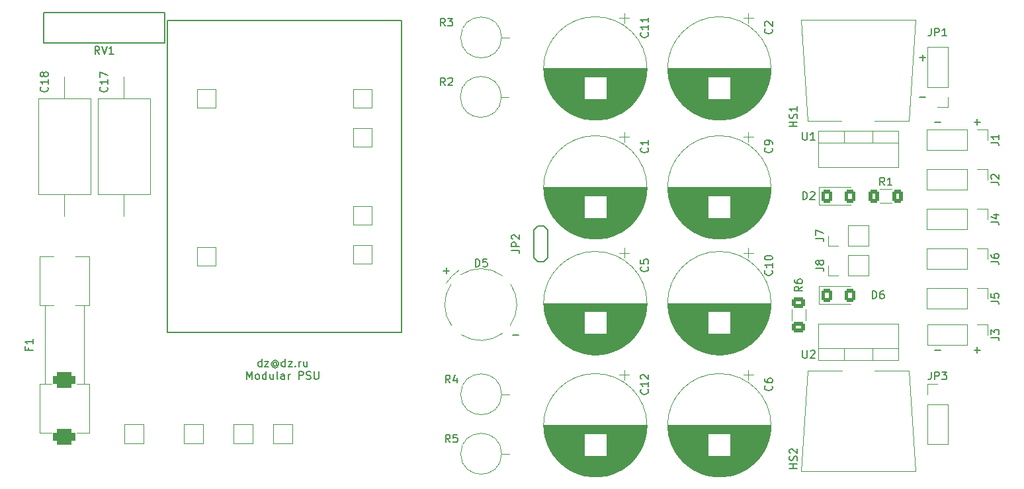
<source format=gbr>
%TF.GenerationSoftware,KiCad,Pcbnew,(6.0.10)*%
%TF.CreationDate,2023-04-08T13:34:01+03:00*%
%TF.ProjectId,DelSol_PSU,44656c53-6f6c-45f5-9053-552e6b696361,rev?*%
%TF.SameCoordinates,Original*%
%TF.FileFunction,Legend,Top*%
%TF.FilePolarity,Positive*%
%FSLAX46Y46*%
G04 Gerber Fmt 4.6, Leading zero omitted, Abs format (unit mm)*
G04 Created by KiCad (PCBNEW (6.0.10)) date 2023-04-08 13:34:01*
%MOMM*%
%LPD*%
G01*
G04 APERTURE LIST*
G04 Aperture macros list*
%AMRoundRect*
0 Rectangle with rounded corners*
0 $1 Rounding radius*
0 $2 $3 $4 $5 $6 $7 $8 $9 X,Y pos of 4 corners*
0 Add a 4 corners polygon primitive as box body*
4,1,4,$2,$3,$4,$5,$6,$7,$8,$9,$2,$3,0*
0 Add four circle primitives for the rounded corners*
1,1,$1+$1,$2,$3*
1,1,$1+$1,$4,$5*
1,1,$1+$1,$6,$7*
1,1,$1+$1,$8,$9*
0 Add four rect primitives between the rounded corners*
20,1,$1+$1,$2,$3,$4,$5,0*
20,1,$1+$1,$4,$5,$6,$7,0*
20,1,$1+$1,$6,$7,$8,$9,0*
20,1,$1+$1,$8,$9,$2,$3,0*%
G04 Aperture macros list end*
%ADD10C,0.150000*%
%ADD11C,0.120000*%
%ADD12R,1.700000X1.700000*%
%ADD13O,1.700000X1.700000*%
%ADD14R,2.000000X2.000000*%
%ADD15C,3.200000*%
%ADD16R,2.400000X2.400000*%
%ADD17C,2.400000*%
%ADD18O,2.000000X2.000000*%
%ADD19RoundRect,0.250001X-0.462499X-0.624999X0.462499X-0.624999X0.462499X0.624999X-0.462499X0.624999X0*%
%ADD20C,1.800000*%
%ADD21O,2.400000X2.400000*%
%ADD22C,1.600000*%
%ADD23O,1.600000X1.600000*%
%ADD24RoundRect,0.250000X0.625000X-0.400000X0.625000X0.400000X-0.625000X0.400000X-0.625000X-0.400000X0*%
%ADD25O,3.780000X2.600000*%
%ADD26C,1.400000*%
%ADD27RoundRect,0.250000X-0.400000X-0.625000X0.400000X-0.625000X0.400000X0.625000X-0.400000X0.625000X0*%
%ADD28RoundRect,0.500000X0.900000X-0.500000X0.900000X0.500000X-0.900000X0.500000X-0.900000X-0.500000X0*%
%ADD29O,2.800000X2.000000*%
%ADD30R,1.905000X2.000000*%
%ADD31O,1.905000X2.000000*%
G04 APERTURE END LIST*
D10*
X55729523Y-77752380D02*
X55729523Y-76752380D01*
X55729523Y-77704761D02*
X55634285Y-77752380D01*
X55443809Y-77752380D01*
X55348571Y-77704761D01*
X55300952Y-77657142D01*
X55253333Y-77561904D01*
X55253333Y-77276190D01*
X55300952Y-77180952D01*
X55348571Y-77133333D01*
X55443809Y-77085714D01*
X55634285Y-77085714D01*
X55729523Y-77133333D01*
X56110476Y-77085714D02*
X56634285Y-77085714D01*
X56110476Y-77752380D01*
X56634285Y-77752380D01*
X57634285Y-77276190D02*
X57586666Y-77228571D01*
X57491428Y-77180952D01*
X57396190Y-77180952D01*
X57300952Y-77228571D01*
X57253333Y-77276190D01*
X57205714Y-77371428D01*
X57205714Y-77466666D01*
X57253333Y-77561904D01*
X57300952Y-77609523D01*
X57396190Y-77657142D01*
X57491428Y-77657142D01*
X57586666Y-77609523D01*
X57634285Y-77561904D01*
X57634285Y-77180952D02*
X57634285Y-77561904D01*
X57681904Y-77609523D01*
X57729523Y-77609523D01*
X57824761Y-77561904D01*
X57872380Y-77466666D01*
X57872380Y-77228571D01*
X57777142Y-77085714D01*
X57634285Y-76990476D01*
X57443809Y-76942857D01*
X57253333Y-76990476D01*
X57110476Y-77085714D01*
X57015238Y-77228571D01*
X56967619Y-77419047D01*
X57015238Y-77609523D01*
X57110476Y-77752380D01*
X57253333Y-77847619D01*
X57443809Y-77895238D01*
X57634285Y-77847619D01*
X57777142Y-77752380D01*
X58729523Y-77752380D02*
X58729523Y-76752380D01*
X58729523Y-77704761D02*
X58634285Y-77752380D01*
X58443809Y-77752380D01*
X58348571Y-77704761D01*
X58300952Y-77657142D01*
X58253333Y-77561904D01*
X58253333Y-77276190D01*
X58300952Y-77180952D01*
X58348571Y-77133333D01*
X58443809Y-77085714D01*
X58634285Y-77085714D01*
X58729523Y-77133333D01*
X59110476Y-77085714D02*
X59634285Y-77085714D01*
X59110476Y-77752380D01*
X59634285Y-77752380D01*
X60015238Y-77657142D02*
X60062857Y-77704761D01*
X60015238Y-77752380D01*
X59967619Y-77704761D01*
X60015238Y-77657142D01*
X60015238Y-77752380D01*
X60491428Y-77752380D02*
X60491428Y-77085714D01*
X60491428Y-77276190D02*
X60539047Y-77180952D01*
X60586666Y-77133333D01*
X60681904Y-77085714D01*
X60777142Y-77085714D01*
X61539047Y-77085714D02*
X61539047Y-77752380D01*
X61110476Y-77085714D02*
X61110476Y-77609523D01*
X61158095Y-77704761D01*
X61253333Y-77752380D01*
X61396190Y-77752380D01*
X61491428Y-77704761D01*
X61539047Y-77657142D01*
X53824761Y-79362380D02*
X53824761Y-78362380D01*
X54158095Y-79076666D01*
X54491428Y-78362380D01*
X54491428Y-79362380D01*
X55110476Y-79362380D02*
X55015238Y-79314761D01*
X54967619Y-79267142D01*
X54920000Y-79171904D01*
X54920000Y-78886190D01*
X54967619Y-78790952D01*
X55015238Y-78743333D01*
X55110476Y-78695714D01*
X55253333Y-78695714D01*
X55348571Y-78743333D01*
X55396190Y-78790952D01*
X55443809Y-78886190D01*
X55443809Y-79171904D01*
X55396190Y-79267142D01*
X55348571Y-79314761D01*
X55253333Y-79362380D01*
X55110476Y-79362380D01*
X56300952Y-79362380D02*
X56300952Y-78362380D01*
X56300952Y-79314761D02*
X56205714Y-79362380D01*
X56015238Y-79362380D01*
X55920000Y-79314761D01*
X55872380Y-79267142D01*
X55824761Y-79171904D01*
X55824761Y-78886190D01*
X55872380Y-78790952D01*
X55920000Y-78743333D01*
X56015238Y-78695714D01*
X56205714Y-78695714D01*
X56300952Y-78743333D01*
X57205714Y-78695714D02*
X57205714Y-79362380D01*
X56777142Y-78695714D02*
X56777142Y-79219523D01*
X56824761Y-79314761D01*
X56920000Y-79362380D01*
X57062857Y-79362380D01*
X57158095Y-79314761D01*
X57205714Y-79267142D01*
X57824761Y-79362380D02*
X57729523Y-79314761D01*
X57681904Y-79219523D01*
X57681904Y-78362380D01*
X58634285Y-79362380D02*
X58634285Y-78838571D01*
X58586666Y-78743333D01*
X58491428Y-78695714D01*
X58300952Y-78695714D01*
X58205714Y-78743333D01*
X58634285Y-79314761D02*
X58539047Y-79362380D01*
X58300952Y-79362380D01*
X58205714Y-79314761D01*
X58158095Y-79219523D01*
X58158095Y-79124285D01*
X58205714Y-79029047D01*
X58300952Y-78981428D01*
X58539047Y-78981428D01*
X58634285Y-78933809D01*
X59110476Y-79362380D02*
X59110476Y-78695714D01*
X59110476Y-78886190D02*
X59158095Y-78790952D01*
X59205714Y-78743333D01*
X59300952Y-78695714D01*
X59396190Y-78695714D01*
X60491428Y-79362380D02*
X60491428Y-78362380D01*
X60872380Y-78362380D01*
X60967619Y-78410000D01*
X61015238Y-78457619D01*
X61062857Y-78552857D01*
X61062857Y-78695714D01*
X61015238Y-78790952D01*
X60967619Y-78838571D01*
X60872380Y-78886190D01*
X60491428Y-78886190D01*
X61443809Y-79314761D02*
X61586666Y-79362380D01*
X61824761Y-79362380D01*
X61920000Y-79314761D01*
X61967619Y-79267142D01*
X62015238Y-79171904D01*
X62015238Y-79076666D01*
X61967619Y-78981428D01*
X61920000Y-78933809D01*
X61824761Y-78886190D01*
X61634285Y-78838571D01*
X61539047Y-78790952D01*
X61491428Y-78743333D01*
X61443809Y-78648095D01*
X61443809Y-78552857D01*
X61491428Y-78457619D01*
X61539047Y-78410000D01*
X61634285Y-78362380D01*
X61872380Y-78362380D01*
X62015238Y-78410000D01*
X62443809Y-78362380D02*
X62443809Y-79171904D01*
X62491428Y-79267142D01*
X62539047Y-79314761D01*
X62634285Y-79362380D01*
X62824761Y-79362380D01*
X62920000Y-79314761D01*
X62967619Y-79267142D01*
X63015238Y-79171904D01*
X63015238Y-78362380D01*
X73660000Y-33360000D02*
X43660000Y-33360000D01*
X43660000Y-33360000D02*
X43660000Y-73360000D01*
X43660000Y-73360000D02*
X73660000Y-73360000D01*
X73660000Y-73360000D02*
X73660000Y-33360000D01*
X141859047Y-75636428D02*
X142620952Y-75636428D01*
X87884047Y-73731428D02*
X88645952Y-73731428D01*
X146924047Y-46426428D02*
X147685952Y-46426428D01*
X147305000Y-46807380D02*
X147305000Y-46045476D01*
X146924047Y-75636428D02*
X147685952Y-75636428D01*
X147305000Y-76017380D02*
X147305000Y-75255476D01*
X139954047Y-38171428D02*
X140715952Y-38171428D01*
X140335000Y-38552380D02*
X140335000Y-37790476D01*
X78994047Y-65476428D02*
X79755952Y-65476428D01*
X79375000Y-65857380D02*
X79375000Y-65095476D01*
X139954047Y-43251428D02*
X140715952Y-43251428D01*
X141859047Y-46426428D02*
X142620952Y-46426428D01*
X149087380Y-54103333D02*
X149801666Y-54103333D01*
X149944523Y-54150952D01*
X150039761Y-54246190D01*
X150087380Y-54389047D01*
X150087380Y-54484285D01*
X149182619Y-53674761D02*
X149135000Y-53627142D01*
X149087380Y-53531904D01*
X149087380Y-53293809D01*
X149135000Y-53198571D01*
X149182619Y-53150952D01*
X149277857Y-53103333D01*
X149373095Y-53103333D01*
X149515952Y-53150952D01*
X150087380Y-53722380D01*
X150087380Y-53103333D01*
X149087380Y-59183333D02*
X149801666Y-59183333D01*
X149944523Y-59230952D01*
X150039761Y-59326190D01*
X150087380Y-59469047D01*
X150087380Y-59564285D01*
X149420714Y-58278571D02*
X150087380Y-58278571D01*
X149039761Y-58516666D02*
X149754047Y-58754761D01*
X149754047Y-58135714D01*
X105132142Y-80652857D02*
X105179761Y-80700476D01*
X105227380Y-80843333D01*
X105227380Y-80938571D01*
X105179761Y-81081428D01*
X105084523Y-81176666D01*
X104989285Y-81224285D01*
X104798809Y-81271904D01*
X104655952Y-81271904D01*
X104465476Y-81224285D01*
X104370238Y-81176666D01*
X104275000Y-81081428D01*
X104227380Y-80938571D01*
X104227380Y-80843333D01*
X104275000Y-80700476D01*
X104322619Y-80652857D01*
X105227380Y-79700476D02*
X105227380Y-80271904D01*
X105227380Y-79986190D02*
X104227380Y-79986190D01*
X104370238Y-80081428D01*
X104465476Y-80176666D01*
X104513095Y-80271904D01*
X104322619Y-79319523D02*
X104275000Y-79271904D01*
X104227380Y-79176666D01*
X104227380Y-78938571D01*
X104275000Y-78843333D01*
X104322619Y-78795714D01*
X104417857Y-78748095D01*
X104513095Y-78748095D01*
X104655952Y-78795714D01*
X105227380Y-79367142D01*
X105227380Y-78748095D01*
X121007142Y-49696666D02*
X121054761Y-49744285D01*
X121102380Y-49887142D01*
X121102380Y-49982380D01*
X121054761Y-50125238D01*
X120959523Y-50220476D01*
X120864285Y-50268095D01*
X120673809Y-50315714D01*
X120530952Y-50315714D01*
X120340476Y-50268095D01*
X120245238Y-50220476D01*
X120150000Y-50125238D01*
X120102380Y-49982380D01*
X120102380Y-49887142D01*
X120150000Y-49744285D01*
X120197619Y-49696666D01*
X121102380Y-49220476D02*
X121102380Y-49030000D01*
X121054761Y-48934761D01*
X121007142Y-48887142D01*
X120864285Y-48791904D01*
X120673809Y-48744285D01*
X120292857Y-48744285D01*
X120197619Y-48791904D01*
X120150000Y-48839523D01*
X120102380Y-48934761D01*
X120102380Y-49125238D01*
X120150000Y-49220476D01*
X120197619Y-49268095D01*
X120292857Y-49315714D01*
X120530952Y-49315714D01*
X120626190Y-49268095D01*
X120673809Y-49220476D01*
X120721428Y-49125238D01*
X120721428Y-48934761D01*
X120673809Y-48839523D01*
X120626190Y-48791904D01*
X120530952Y-48744285D01*
X121007142Y-80176666D02*
X121054761Y-80224285D01*
X121102380Y-80367142D01*
X121102380Y-80462380D01*
X121054761Y-80605238D01*
X120959523Y-80700476D01*
X120864285Y-80748095D01*
X120673809Y-80795714D01*
X120530952Y-80795714D01*
X120340476Y-80748095D01*
X120245238Y-80700476D01*
X120150000Y-80605238D01*
X120102380Y-80462380D01*
X120102380Y-80367142D01*
X120150000Y-80224285D01*
X120197619Y-80176666D01*
X120102380Y-79319523D02*
X120102380Y-79510000D01*
X120150000Y-79605238D01*
X120197619Y-79652857D01*
X120340476Y-79748095D01*
X120530952Y-79795714D01*
X120911904Y-79795714D01*
X121007142Y-79748095D01*
X121054761Y-79700476D01*
X121102380Y-79605238D01*
X121102380Y-79414761D01*
X121054761Y-79319523D01*
X121007142Y-79271904D01*
X120911904Y-79224285D01*
X120673809Y-79224285D01*
X120578571Y-79271904D01*
X120530952Y-79319523D01*
X120483333Y-79414761D01*
X120483333Y-79605238D01*
X120530952Y-79700476D01*
X120578571Y-79748095D01*
X120673809Y-79795714D01*
X83081904Y-64938380D02*
X83081904Y-63938380D01*
X83320000Y-63938380D01*
X83462857Y-63986000D01*
X83558095Y-64081238D01*
X83605714Y-64176476D01*
X83653333Y-64366952D01*
X83653333Y-64509809D01*
X83605714Y-64700285D01*
X83558095Y-64795523D01*
X83462857Y-64890761D01*
X83320000Y-64938380D01*
X83081904Y-64938380D01*
X84558095Y-63938380D02*
X84081904Y-63938380D01*
X84034285Y-64414571D01*
X84081904Y-64366952D01*
X84177142Y-64319333D01*
X84415238Y-64319333D01*
X84510476Y-64366952D01*
X84558095Y-64414571D01*
X84605714Y-64509809D01*
X84605714Y-64747904D01*
X84558095Y-64843142D01*
X84510476Y-64890761D01*
X84415238Y-64938380D01*
X84177142Y-64938380D01*
X84081904Y-64890761D01*
X84034285Y-64843142D01*
X124991904Y-56332380D02*
X124991904Y-55332380D01*
X125230000Y-55332380D01*
X125372857Y-55380000D01*
X125468095Y-55475238D01*
X125515714Y-55570476D01*
X125563333Y-55760952D01*
X125563333Y-55903809D01*
X125515714Y-56094285D01*
X125468095Y-56189523D01*
X125372857Y-56284761D01*
X125230000Y-56332380D01*
X124991904Y-56332380D01*
X125944285Y-55427619D02*
X125991904Y-55380000D01*
X126087142Y-55332380D01*
X126325238Y-55332380D01*
X126420476Y-55380000D01*
X126468095Y-55427619D01*
X126515714Y-55522857D01*
X126515714Y-55618095D01*
X126468095Y-55760952D01*
X125896666Y-56332380D01*
X126515714Y-56332380D01*
X34964761Y-37692380D02*
X34631428Y-37216190D01*
X34393333Y-37692380D02*
X34393333Y-36692380D01*
X34774285Y-36692380D01*
X34869523Y-36740000D01*
X34917142Y-36787619D01*
X34964761Y-36882857D01*
X34964761Y-37025714D01*
X34917142Y-37120952D01*
X34869523Y-37168571D01*
X34774285Y-37216190D01*
X34393333Y-37216190D01*
X35250476Y-36692380D02*
X35583809Y-37692380D01*
X35917142Y-36692380D01*
X36774285Y-37692380D02*
X36202857Y-37692380D01*
X36488571Y-37692380D02*
X36488571Y-36692380D01*
X36393333Y-36835238D01*
X36298095Y-36930476D01*
X36202857Y-36978095D01*
X79843333Y-87447380D02*
X79510000Y-86971190D01*
X79271904Y-87447380D02*
X79271904Y-86447380D01*
X79652857Y-86447380D01*
X79748095Y-86495000D01*
X79795714Y-86542619D01*
X79843333Y-86637857D01*
X79843333Y-86780714D01*
X79795714Y-86875952D01*
X79748095Y-86923571D01*
X79652857Y-86971190D01*
X79271904Y-86971190D01*
X80748095Y-86447380D02*
X80271904Y-86447380D01*
X80224285Y-86923571D01*
X80271904Y-86875952D01*
X80367142Y-86828333D01*
X80605238Y-86828333D01*
X80700476Y-86875952D01*
X80748095Y-86923571D01*
X80795714Y-87018809D01*
X80795714Y-87256904D01*
X80748095Y-87352142D01*
X80700476Y-87399761D01*
X80605238Y-87447380D01*
X80367142Y-87447380D01*
X80271904Y-87399761D01*
X80224285Y-87352142D01*
X126662380Y-61293333D02*
X127376666Y-61293333D01*
X127519523Y-61340952D01*
X127614761Y-61436190D01*
X127662380Y-61579047D01*
X127662380Y-61674285D01*
X126662380Y-60912380D02*
X126662380Y-60245714D01*
X127662380Y-60674285D01*
X141406666Y-34377380D02*
X141406666Y-35091666D01*
X141359047Y-35234523D01*
X141263809Y-35329761D01*
X141120952Y-35377380D01*
X141025714Y-35377380D01*
X141882857Y-35377380D02*
X141882857Y-34377380D01*
X142263809Y-34377380D01*
X142359047Y-34425000D01*
X142406666Y-34472619D01*
X142454285Y-34567857D01*
X142454285Y-34710714D01*
X142406666Y-34805952D01*
X142359047Y-34853571D01*
X142263809Y-34901190D01*
X141882857Y-34901190D01*
X143406666Y-35377380D02*
X142835238Y-35377380D01*
X143120952Y-35377380D02*
X143120952Y-34377380D01*
X143025714Y-34520238D01*
X142930476Y-34615476D01*
X142835238Y-34663095D01*
X133881904Y-69032380D02*
X133881904Y-68032380D01*
X134120000Y-68032380D01*
X134262857Y-68080000D01*
X134358095Y-68175238D01*
X134405714Y-68270476D01*
X134453333Y-68460952D01*
X134453333Y-68603809D01*
X134405714Y-68794285D01*
X134358095Y-68889523D01*
X134262857Y-68984761D01*
X134120000Y-69032380D01*
X133881904Y-69032380D01*
X135310476Y-68032380D02*
X135120000Y-68032380D01*
X135024761Y-68080000D01*
X134977142Y-68127619D01*
X134881904Y-68270476D01*
X134834285Y-68460952D01*
X134834285Y-68841904D01*
X134881904Y-68937142D01*
X134929523Y-68984761D01*
X135024761Y-69032380D01*
X135215238Y-69032380D01*
X135310476Y-68984761D01*
X135358095Y-68937142D01*
X135405714Y-68841904D01*
X135405714Y-68603809D01*
X135358095Y-68508571D01*
X135310476Y-68460952D01*
X135215238Y-68413333D01*
X135024761Y-68413333D01*
X134929523Y-68460952D01*
X134881904Y-68508571D01*
X134834285Y-68603809D01*
X35917142Y-41917857D02*
X35964761Y-41965476D01*
X36012380Y-42108333D01*
X36012380Y-42203571D01*
X35964761Y-42346428D01*
X35869523Y-42441666D01*
X35774285Y-42489285D01*
X35583809Y-42536904D01*
X35440952Y-42536904D01*
X35250476Y-42489285D01*
X35155238Y-42441666D01*
X35060000Y-42346428D01*
X35012380Y-42203571D01*
X35012380Y-42108333D01*
X35060000Y-41965476D01*
X35107619Y-41917857D01*
X36012380Y-40965476D02*
X36012380Y-41536904D01*
X36012380Y-41251190D02*
X35012380Y-41251190D01*
X35155238Y-41346428D01*
X35250476Y-41441666D01*
X35298095Y-41536904D01*
X35012380Y-40632142D02*
X35012380Y-39965476D01*
X36012380Y-40394047D01*
X149087380Y-69343333D02*
X149801666Y-69343333D01*
X149944523Y-69390952D01*
X150039761Y-69486190D01*
X150087380Y-69629047D01*
X150087380Y-69724285D01*
X149087380Y-68390952D02*
X149087380Y-68867142D01*
X149563571Y-68914761D01*
X149515952Y-68867142D01*
X149468333Y-68771904D01*
X149468333Y-68533809D01*
X149515952Y-68438571D01*
X149563571Y-68390952D01*
X149658809Y-68343333D01*
X149896904Y-68343333D01*
X149992142Y-68390952D01*
X150039761Y-68438571D01*
X150087380Y-68533809D01*
X150087380Y-68771904D01*
X150039761Y-68867142D01*
X149992142Y-68914761D01*
X141406666Y-78402380D02*
X141406666Y-79116666D01*
X141359047Y-79259523D01*
X141263809Y-79354761D01*
X141120952Y-79402380D01*
X141025714Y-79402380D01*
X141882857Y-79402380D02*
X141882857Y-78402380D01*
X142263809Y-78402380D01*
X142359047Y-78450000D01*
X142406666Y-78497619D01*
X142454285Y-78592857D01*
X142454285Y-78735714D01*
X142406666Y-78830952D01*
X142359047Y-78878571D01*
X142263809Y-78926190D01*
X141882857Y-78926190D01*
X142787619Y-78402380D02*
X143406666Y-78402380D01*
X143073333Y-78783333D01*
X143216190Y-78783333D01*
X143311428Y-78830952D01*
X143359047Y-78878571D01*
X143406666Y-78973809D01*
X143406666Y-79211904D01*
X143359047Y-79307142D01*
X143311428Y-79354761D01*
X143216190Y-79402380D01*
X142930476Y-79402380D01*
X142835238Y-79354761D01*
X142787619Y-79307142D01*
X79843333Y-79827380D02*
X79510000Y-79351190D01*
X79271904Y-79827380D02*
X79271904Y-78827380D01*
X79652857Y-78827380D01*
X79748095Y-78875000D01*
X79795714Y-78922619D01*
X79843333Y-79017857D01*
X79843333Y-79160714D01*
X79795714Y-79255952D01*
X79748095Y-79303571D01*
X79652857Y-79351190D01*
X79271904Y-79351190D01*
X80700476Y-79160714D02*
X80700476Y-79827380D01*
X80462380Y-78779761D02*
X80224285Y-79494047D01*
X80843333Y-79494047D01*
X28297142Y-41917857D02*
X28344761Y-41965476D01*
X28392380Y-42108333D01*
X28392380Y-42203571D01*
X28344761Y-42346428D01*
X28249523Y-42441666D01*
X28154285Y-42489285D01*
X27963809Y-42536904D01*
X27820952Y-42536904D01*
X27630476Y-42489285D01*
X27535238Y-42441666D01*
X27440000Y-42346428D01*
X27392380Y-42203571D01*
X27392380Y-42108333D01*
X27440000Y-41965476D01*
X27487619Y-41917857D01*
X28392380Y-40965476D02*
X28392380Y-41536904D01*
X28392380Y-41251190D02*
X27392380Y-41251190D01*
X27535238Y-41346428D01*
X27630476Y-41441666D01*
X27678095Y-41536904D01*
X27820952Y-40394047D02*
X27773333Y-40489285D01*
X27725714Y-40536904D01*
X27630476Y-40584523D01*
X27582857Y-40584523D01*
X27487619Y-40536904D01*
X27440000Y-40489285D01*
X27392380Y-40394047D01*
X27392380Y-40203571D01*
X27440000Y-40108333D01*
X27487619Y-40060714D01*
X27582857Y-40013095D01*
X27630476Y-40013095D01*
X27725714Y-40060714D01*
X27773333Y-40108333D01*
X27820952Y-40203571D01*
X27820952Y-40394047D01*
X27868571Y-40489285D01*
X27916190Y-40536904D01*
X28011428Y-40584523D01*
X28201904Y-40584523D01*
X28297142Y-40536904D01*
X28344761Y-40489285D01*
X28392380Y-40394047D01*
X28392380Y-40203571D01*
X28344761Y-40108333D01*
X28297142Y-40060714D01*
X28201904Y-40013095D01*
X28011428Y-40013095D01*
X27916190Y-40060714D01*
X27868571Y-40108333D01*
X27820952Y-40203571D01*
X124912380Y-67476666D02*
X124436190Y-67810000D01*
X124912380Y-68048095D02*
X123912380Y-68048095D01*
X123912380Y-67667142D01*
X123960000Y-67571904D01*
X124007619Y-67524285D01*
X124102857Y-67476666D01*
X124245714Y-67476666D01*
X124340952Y-67524285D01*
X124388571Y-67571904D01*
X124436190Y-67667142D01*
X124436190Y-68048095D01*
X123912380Y-66619523D02*
X123912380Y-66810000D01*
X123960000Y-66905238D01*
X124007619Y-66952857D01*
X124150476Y-67048095D01*
X124340952Y-67095714D01*
X124721904Y-67095714D01*
X124817142Y-67048095D01*
X124864761Y-67000476D01*
X124912380Y-66905238D01*
X124912380Y-66714761D01*
X124864761Y-66619523D01*
X124817142Y-66571904D01*
X124721904Y-66524285D01*
X124483809Y-66524285D01*
X124388571Y-66571904D01*
X124340952Y-66619523D01*
X124293333Y-66714761D01*
X124293333Y-66905238D01*
X124340952Y-67000476D01*
X124388571Y-67048095D01*
X124483809Y-67095714D01*
X79208333Y-41727380D02*
X78875000Y-41251190D01*
X78636904Y-41727380D02*
X78636904Y-40727380D01*
X79017857Y-40727380D01*
X79113095Y-40775000D01*
X79160714Y-40822619D01*
X79208333Y-40917857D01*
X79208333Y-41060714D01*
X79160714Y-41155952D01*
X79113095Y-41203571D01*
X79017857Y-41251190D01*
X78636904Y-41251190D01*
X79589285Y-40822619D02*
X79636904Y-40775000D01*
X79732142Y-40727380D01*
X79970238Y-40727380D01*
X80065476Y-40775000D01*
X80113095Y-40822619D01*
X80160714Y-40917857D01*
X80160714Y-41013095D01*
X80113095Y-41155952D01*
X79541666Y-41727380D01*
X80160714Y-41727380D01*
X79208333Y-34107380D02*
X78875000Y-33631190D01*
X78636904Y-34107380D02*
X78636904Y-33107380D01*
X79017857Y-33107380D01*
X79113095Y-33155000D01*
X79160714Y-33202619D01*
X79208333Y-33297857D01*
X79208333Y-33440714D01*
X79160714Y-33535952D01*
X79113095Y-33583571D01*
X79017857Y-33631190D01*
X78636904Y-33631190D01*
X79541666Y-33107380D02*
X80160714Y-33107380D01*
X79827380Y-33488333D01*
X79970238Y-33488333D01*
X80065476Y-33535952D01*
X80113095Y-33583571D01*
X80160714Y-33678809D01*
X80160714Y-33916904D01*
X80113095Y-34012142D01*
X80065476Y-34059761D01*
X79970238Y-34107380D01*
X79684523Y-34107380D01*
X79589285Y-34059761D01*
X79541666Y-34012142D01*
X149087380Y-49023333D02*
X149801666Y-49023333D01*
X149944523Y-49070952D01*
X150039761Y-49166190D01*
X150087380Y-49309047D01*
X150087380Y-49404285D01*
X150087380Y-48023333D02*
X150087380Y-48594761D01*
X150087380Y-48309047D02*
X149087380Y-48309047D01*
X149230238Y-48404285D01*
X149325476Y-48499523D01*
X149373095Y-48594761D01*
X124277380Y-90773095D02*
X123277380Y-90773095D01*
X123753571Y-90773095D02*
X123753571Y-90201666D01*
X124277380Y-90201666D02*
X123277380Y-90201666D01*
X124229761Y-89773095D02*
X124277380Y-89630238D01*
X124277380Y-89392142D01*
X124229761Y-89296904D01*
X124182142Y-89249285D01*
X124086904Y-89201666D01*
X123991666Y-89201666D01*
X123896428Y-89249285D01*
X123848809Y-89296904D01*
X123801190Y-89392142D01*
X123753571Y-89582619D01*
X123705952Y-89677857D01*
X123658333Y-89725476D01*
X123563095Y-89773095D01*
X123467857Y-89773095D01*
X123372619Y-89725476D01*
X123325000Y-89677857D01*
X123277380Y-89582619D01*
X123277380Y-89344523D01*
X123325000Y-89201666D01*
X123372619Y-88820714D02*
X123325000Y-88773095D01*
X123277380Y-88677857D01*
X123277380Y-88439761D01*
X123325000Y-88344523D01*
X123372619Y-88296904D01*
X123467857Y-88249285D01*
X123563095Y-88249285D01*
X123705952Y-88296904D01*
X124277380Y-88868333D01*
X124277380Y-88249285D01*
X126662380Y-65103333D02*
X127376666Y-65103333D01*
X127519523Y-65150952D01*
X127614761Y-65246190D01*
X127662380Y-65389047D01*
X127662380Y-65484285D01*
X127090952Y-64484285D02*
X127043333Y-64579523D01*
X126995714Y-64627142D01*
X126900476Y-64674761D01*
X126852857Y-64674761D01*
X126757619Y-64627142D01*
X126710000Y-64579523D01*
X126662380Y-64484285D01*
X126662380Y-64293809D01*
X126710000Y-64198571D01*
X126757619Y-64150952D01*
X126852857Y-64103333D01*
X126900476Y-64103333D01*
X126995714Y-64150952D01*
X127043333Y-64198571D01*
X127090952Y-64293809D01*
X127090952Y-64484285D01*
X127138571Y-64579523D01*
X127186190Y-64627142D01*
X127281428Y-64674761D01*
X127471904Y-64674761D01*
X127567142Y-64627142D01*
X127614761Y-64579523D01*
X127662380Y-64484285D01*
X127662380Y-64293809D01*
X127614761Y-64198571D01*
X127567142Y-64150952D01*
X127471904Y-64103333D01*
X127281428Y-64103333D01*
X127186190Y-64150952D01*
X127138571Y-64198571D01*
X127090952Y-64293809D01*
X87717380Y-62829333D02*
X88431666Y-62829333D01*
X88574523Y-62876952D01*
X88669761Y-62972190D01*
X88717380Y-63115047D01*
X88717380Y-63210285D01*
X88717380Y-62353142D02*
X87717380Y-62353142D01*
X87717380Y-61972190D01*
X87765000Y-61876952D01*
X87812619Y-61829333D01*
X87907857Y-61781714D01*
X88050714Y-61781714D01*
X88145952Y-61829333D01*
X88193571Y-61876952D01*
X88241190Y-61972190D01*
X88241190Y-62353142D01*
X87812619Y-61400761D02*
X87765000Y-61353142D01*
X87717380Y-61257904D01*
X87717380Y-61019809D01*
X87765000Y-60924571D01*
X87812619Y-60876952D01*
X87907857Y-60829333D01*
X88003095Y-60829333D01*
X88145952Y-60876952D01*
X88717380Y-61448380D01*
X88717380Y-60829333D01*
X149087380Y-64263333D02*
X149801666Y-64263333D01*
X149944523Y-64310952D01*
X150039761Y-64406190D01*
X150087380Y-64549047D01*
X150087380Y-64644285D01*
X149087380Y-63358571D02*
X149087380Y-63549047D01*
X149135000Y-63644285D01*
X149182619Y-63691904D01*
X149325476Y-63787142D01*
X149515952Y-63834761D01*
X149896904Y-63834761D01*
X149992142Y-63787142D01*
X150039761Y-63739523D01*
X150087380Y-63644285D01*
X150087380Y-63453809D01*
X150039761Y-63358571D01*
X149992142Y-63310952D01*
X149896904Y-63263333D01*
X149658809Y-63263333D01*
X149563571Y-63310952D01*
X149515952Y-63358571D01*
X149468333Y-63453809D01*
X149468333Y-63644285D01*
X149515952Y-63739523D01*
X149563571Y-63787142D01*
X149658809Y-63834761D01*
X135443333Y-54512380D02*
X135110000Y-54036190D01*
X134871904Y-54512380D02*
X134871904Y-53512380D01*
X135252857Y-53512380D01*
X135348095Y-53560000D01*
X135395714Y-53607619D01*
X135443333Y-53702857D01*
X135443333Y-53845714D01*
X135395714Y-53940952D01*
X135348095Y-53988571D01*
X135252857Y-54036190D01*
X134871904Y-54036190D01*
X136395714Y-54512380D02*
X135824285Y-54512380D01*
X136110000Y-54512380D02*
X136110000Y-53512380D01*
X136014761Y-53655238D01*
X135919523Y-53750476D01*
X135824285Y-53798095D01*
X121007142Y-65412857D02*
X121054761Y-65460476D01*
X121102380Y-65603333D01*
X121102380Y-65698571D01*
X121054761Y-65841428D01*
X120959523Y-65936666D01*
X120864285Y-65984285D01*
X120673809Y-66031904D01*
X120530952Y-66031904D01*
X120340476Y-65984285D01*
X120245238Y-65936666D01*
X120150000Y-65841428D01*
X120102380Y-65698571D01*
X120102380Y-65603333D01*
X120150000Y-65460476D01*
X120197619Y-65412857D01*
X121102380Y-64460476D02*
X121102380Y-65031904D01*
X121102380Y-64746190D02*
X120102380Y-64746190D01*
X120245238Y-64841428D01*
X120340476Y-64936666D01*
X120388095Y-65031904D01*
X120102380Y-63841428D02*
X120102380Y-63746190D01*
X120150000Y-63650952D01*
X120197619Y-63603333D01*
X120292857Y-63555714D01*
X120483333Y-63508095D01*
X120721428Y-63508095D01*
X120911904Y-63555714D01*
X121007142Y-63603333D01*
X121054761Y-63650952D01*
X121102380Y-63746190D01*
X121102380Y-63841428D01*
X121054761Y-63936666D01*
X121007142Y-63984285D01*
X120911904Y-64031904D01*
X120721428Y-64079523D01*
X120483333Y-64079523D01*
X120292857Y-64031904D01*
X120197619Y-63984285D01*
X120150000Y-63936666D01*
X120102380Y-63841428D01*
X25908571Y-75263333D02*
X25908571Y-75596666D01*
X26432380Y-75596666D02*
X25432380Y-75596666D01*
X25432380Y-75120476D01*
X26432380Y-74215714D02*
X26432380Y-74787142D01*
X26432380Y-74501428D02*
X25432380Y-74501428D01*
X25575238Y-74596666D01*
X25670476Y-74691904D01*
X25718095Y-74787142D01*
X121007142Y-34456666D02*
X121054761Y-34504285D01*
X121102380Y-34647142D01*
X121102380Y-34742380D01*
X121054761Y-34885238D01*
X120959523Y-34980476D01*
X120864285Y-35028095D01*
X120673809Y-35075714D01*
X120530952Y-35075714D01*
X120340476Y-35028095D01*
X120245238Y-34980476D01*
X120150000Y-34885238D01*
X120102380Y-34742380D01*
X120102380Y-34647142D01*
X120150000Y-34504285D01*
X120197619Y-34456666D01*
X120197619Y-34075714D02*
X120150000Y-34028095D01*
X120102380Y-33932857D01*
X120102380Y-33694761D01*
X120150000Y-33599523D01*
X120197619Y-33551904D01*
X120292857Y-33504285D01*
X120388095Y-33504285D01*
X120530952Y-33551904D01*
X121102380Y-34123333D01*
X121102380Y-33504285D01*
X124968095Y-75652380D02*
X124968095Y-76461904D01*
X125015714Y-76557142D01*
X125063333Y-76604761D01*
X125158571Y-76652380D01*
X125349047Y-76652380D01*
X125444285Y-76604761D01*
X125491904Y-76557142D01*
X125539523Y-76461904D01*
X125539523Y-75652380D01*
X125968095Y-75747619D02*
X126015714Y-75700000D01*
X126110952Y-75652380D01*
X126349047Y-75652380D01*
X126444285Y-75700000D01*
X126491904Y-75747619D01*
X126539523Y-75842857D01*
X126539523Y-75938095D01*
X126491904Y-76080952D01*
X125920476Y-76652380D01*
X126539523Y-76652380D01*
X124277380Y-46958095D02*
X123277380Y-46958095D01*
X123753571Y-46958095D02*
X123753571Y-46386666D01*
X124277380Y-46386666D02*
X123277380Y-46386666D01*
X124229761Y-45958095D02*
X124277380Y-45815238D01*
X124277380Y-45577142D01*
X124229761Y-45481904D01*
X124182142Y-45434285D01*
X124086904Y-45386666D01*
X123991666Y-45386666D01*
X123896428Y-45434285D01*
X123848809Y-45481904D01*
X123801190Y-45577142D01*
X123753571Y-45767619D01*
X123705952Y-45862857D01*
X123658333Y-45910476D01*
X123563095Y-45958095D01*
X123467857Y-45958095D01*
X123372619Y-45910476D01*
X123325000Y-45862857D01*
X123277380Y-45767619D01*
X123277380Y-45529523D01*
X123325000Y-45386666D01*
X124277380Y-44434285D02*
X124277380Y-45005714D01*
X124277380Y-44720000D02*
X123277380Y-44720000D01*
X123420238Y-44815238D01*
X123515476Y-44910476D01*
X123563095Y-45005714D01*
X124968095Y-47712380D02*
X124968095Y-48521904D01*
X125015714Y-48617142D01*
X125063333Y-48664761D01*
X125158571Y-48712380D01*
X125349047Y-48712380D01*
X125444285Y-48664761D01*
X125491904Y-48617142D01*
X125539523Y-48521904D01*
X125539523Y-47712380D01*
X126539523Y-48712380D02*
X125968095Y-48712380D01*
X126253809Y-48712380D02*
X126253809Y-47712380D01*
X126158571Y-47855238D01*
X126063333Y-47950476D01*
X125968095Y-47998095D01*
X149102380Y-73993333D02*
X149816666Y-73993333D01*
X149959523Y-74040952D01*
X150054761Y-74136190D01*
X150102380Y-74279047D01*
X150102380Y-74374285D01*
X149102380Y-73612380D02*
X149102380Y-72993333D01*
X149483333Y-73326666D01*
X149483333Y-73183809D01*
X149530952Y-73088571D01*
X149578571Y-73040952D01*
X149673809Y-72993333D01*
X149911904Y-72993333D01*
X150007142Y-73040952D01*
X150054761Y-73088571D01*
X150102380Y-73183809D01*
X150102380Y-73469523D01*
X150054761Y-73564761D01*
X150007142Y-73612380D01*
X105132142Y-34932857D02*
X105179761Y-34980476D01*
X105227380Y-35123333D01*
X105227380Y-35218571D01*
X105179761Y-35361428D01*
X105084523Y-35456666D01*
X104989285Y-35504285D01*
X104798809Y-35551904D01*
X104655952Y-35551904D01*
X104465476Y-35504285D01*
X104370238Y-35456666D01*
X104275000Y-35361428D01*
X104227380Y-35218571D01*
X104227380Y-35123333D01*
X104275000Y-34980476D01*
X104322619Y-34932857D01*
X105227380Y-33980476D02*
X105227380Y-34551904D01*
X105227380Y-34266190D02*
X104227380Y-34266190D01*
X104370238Y-34361428D01*
X104465476Y-34456666D01*
X104513095Y-34551904D01*
X105227380Y-33028095D02*
X105227380Y-33599523D01*
X105227380Y-33313809D02*
X104227380Y-33313809D01*
X104370238Y-33409047D01*
X104465476Y-33504285D01*
X104513095Y-33599523D01*
X105132142Y-49696666D02*
X105179761Y-49744285D01*
X105227380Y-49887142D01*
X105227380Y-49982380D01*
X105179761Y-50125238D01*
X105084523Y-50220476D01*
X104989285Y-50268095D01*
X104798809Y-50315714D01*
X104655952Y-50315714D01*
X104465476Y-50268095D01*
X104370238Y-50220476D01*
X104275000Y-50125238D01*
X104227380Y-49982380D01*
X104227380Y-49887142D01*
X104275000Y-49744285D01*
X104322619Y-49696666D01*
X105227380Y-48744285D02*
X105227380Y-49315714D01*
X105227380Y-49030000D02*
X104227380Y-49030000D01*
X104370238Y-49125238D01*
X104465476Y-49220476D01*
X104513095Y-49315714D01*
X105132142Y-64936666D02*
X105179761Y-64984285D01*
X105227380Y-65127142D01*
X105227380Y-65222380D01*
X105179761Y-65365238D01*
X105084523Y-65460476D01*
X104989285Y-65508095D01*
X104798809Y-65555714D01*
X104655952Y-65555714D01*
X104465476Y-65508095D01*
X104370238Y-65460476D01*
X104275000Y-65365238D01*
X104227380Y-65222380D01*
X104227380Y-65127142D01*
X104275000Y-64984285D01*
X104322619Y-64936666D01*
X104227380Y-64031904D02*
X104227380Y-64508095D01*
X104703571Y-64555714D01*
X104655952Y-64508095D01*
X104608333Y-64412857D01*
X104608333Y-64174761D01*
X104655952Y-64079523D01*
X104703571Y-64031904D01*
X104798809Y-63984285D01*
X105036904Y-63984285D01*
X105132142Y-64031904D01*
X105179761Y-64079523D01*
X105227380Y-64174761D01*
X105227380Y-64412857D01*
X105179761Y-64508095D01*
X105132142Y-64555714D01*
D11*
X147305000Y-52440000D02*
X148635000Y-52440000D01*
X146035000Y-52440000D02*
X146035000Y-55100000D01*
X146035000Y-52440000D02*
X140895000Y-52440000D01*
X146035000Y-55100000D02*
X140895000Y-55100000D01*
X140895000Y-52440000D02*
X140895000Y-55100000D01*
X148635000Y-52440000D02*
X148635000Y-53770000D01*
X52140000Y-85160000D02*
X54540000Y-85160000D01*
X54540000Y-87560000D02*
X52140000Y-87560000D01*
X52140000Y-87560000D02*
X52140000Y-85160000D01*
X54540000Y-85160000D02*
X54540000Y-87560000D01*
X140895000Y-57520000D02*
X140895000Y-60180000D01*
X148635000Y-57520000D02*
X148635000Y-58850000D01*
X147305000Y-57520000D02*
X148635000Y-57520000D01*
X146035000Y-57520000D02*
X146035000Y-60180000D01*
X146035000Y-60180000D02*
X140895000Y-60180000D01*
X146035000Y-57520000D02*
X140895000Y-57520000D01*
X59620000Y-87560000D02*
X57220000Y-87560000D01*
X57220000Y-87560000D02*
X57220000Y-85160000D01*
X59620000Y-85160000D02*
X59620000Y-87560000D01*
X57220000Y-85160000D02*
X59620000Y-85160000D01*
X104930000Y-86246000D02*
X91920000Y-86246000D01*
X104993000Y-85645000D02*
X91857000Y-85645000D01*
X104066000Y-88646000D02*
X99865000Y-88646000D01*
X104966000Y-85966000D02*
X91884000Y-85966000D01*
X96985000Y-86846000D02*
X92041000Y-86846000D01*
X103107000Y-89886000D02*
X93743000Y-89886000D01*
X104539000Y-87686000D02*
X99865000Y-87686000D01*
X101577000Y-91046000D02*
X95273000Y-91046000D01*
X96985000Y-86766000D02*
X92021000Y-86766000D01*
X103222000Y-89766000D02*
X93628000Y-89766000D01*
X96985000Y-87086000D02*
X92105000Y-87086000D01*
X101852000Y-90886000D02*
X94998000Y-90886000D01*
X100078000Y-91646000D02*
X96772000Y-91646000D01*
X104952000Y-86086000D02*
X91898000Y-86086000D01*
X96985000Y-88526000D02*
X92714000Y-88526000D01*
X104421000Y-87966000D02*
X99865000Y-87966000D01*
X96985000Y-88566000D02*
X92737000Y-88566000D01*
X96985000Y-87326000D02*
X92180000Y-87326000D01*
X104941000Y-86166000D02*
X91909000Y-86166000D01*
X104365000Y-88086000D02*
X99865000Y-88086000D01*
X104881000Y-86526000D02*
X99865000Y-86526000D01*
X102944000Y-90046000D02*
X93906000Y-90046000D01*
X103749000Y-89126000D02*
X99865000Y-89126000D01*
X104657000Y-87366000D02*
X99865000Y-87366000D01*
X104996000Y-85605000D02*
X91854000Y-85605000D01*
X104670000Y-87326000D02*
X99865000Y-87326000D01*
X104327000Y-88166000D02*
X99865000Y-88166000D01*
X101267000Y-91206000D02*
X95583000Y-91206000D01*
X96985000Y-88326000D02*
X92605000Y-88326000D01*
X102140000Y-78160431D02*
X102140000Y-79460431D01*
X103941000Y-88846000D02*
X99865000Y-88846000D01*
X96985000Y-89006000D02*
X93016000Y-89006000D01*
X105004000Y-85405000D02*
X91846000Y-85405000D01*
X101427000Y-91126000D02*
X95423000Y-91126000D01*
X96985000Y-87846000D02*
X92376000Y-87846000D01*
X96985000Y-86886000D02*
X92051000Y-86886000D01*
X104778000Y-86966000D02*
X99865000Y-86966000D01*
X103630000Y-89286000D02*
X93220000Y-89286000D01*
X102582000Y-90366000D02*
X94268000Y-90366000D01*
X96985000Y-88206000D02*
X92543000Y-88206000D01*
X105001000Y-85485000D02*
X91849000Y-85485000D01*
X102431000Y-90486000D02*
X94419000Y-90486000D01*
X96985000Y-87286000D02*
X92167000Y-87286000D01*
X104158000Y-88486000D02*
X99865000Y-88486000D01*
X104799000Y-86886000D02*
X99865000Y-86886000D01*
X96985000Y-89166000D02*
X93130000Y-89166000D01*
X100223000Y-91606000D02*
X96627000Y-91606000D01*
X105005000Y-85245000D02*
X91845000Y-85245000D01*
X96985000Y-87646000D02*
X92295000Y-87646000D01*
X96985000Y-88726000D02*
X92833000Y-88726000D01*
X103660000Y-89246000D02*
X93190000Y-89246000D01*
X100480000Y-91526000D02*
X96370000Y-91526000D01*
X101648000Y-91006000D02*
X95202000Y-91006000D01*
X103806000Y-89046000D02*
X99865000Y-89046000D01*
X102902000Y-90086000D02*
X93948000Y-90086000D01*
X100706000Y-91446000D02*
X96144000Y-91446000D01*
X96985000Y-87046000D02*
X92094000Y-87046000D01*
X96985000Y-87966000D02*
X92429000Y-87966000D01*
X103259000Y-89726000D02*
X93591000Y-89726000D01*
X96985000Y-87206000D02*
X92141000Y-87206000D01*
X96985000Y-86806000D02*
X92031000Y-86806000D01*
X104957000Y-86046000D02*
X91893000Y-86046000D01*
X96985000Y-87886000D02*
X92394000Y-87886000D01*
X103888000Y-88926000D02*
X99865000Y-88926000D01*
X96985000Y-88926000D02*
X92962000Y-88926000D01*
X104978000Y-85845000D02*
X91872000Y-85845000D01*
X102630000Y-90326000D02*
X94220000Y-90326000D01*
X104600000Y-87526000D02*
X99865000Y-87526000D01*
X104923000Y-86286000D02*
X91927000Y-86286000D01*
X103503000Y-89446000D02*
X93347000Y-89446000D01*
X102482000Y-90446000D02*
X94368000Y-90446000D01*
X103720000Y-89166000D02*
X99865000Y-89166000D01*
X104970000Y-85925000D02*
X91880000Y-85925000D01*
X104721000Y-87166000D02*
X99865000Y-87166000D01*
X99532000Y-91766000D02*
X97318000Y-91766000D01*
X96985000Y-87766000D02*
X92343000Y-87766000D01*
X105005000Y-85325000D02*
X91845000Y-85325000D01*
X104962000Y-86006000D02*
X91888000Y-86006000D01*
X96985000Y-88766000D02*
X92858000Y-88766000D01*
X96985000Y-87366000D02*
X92193000Y-87366000D01*
X104136000Y-88526000D02*
X99865000Y-88526000D01*
X104346000Y-88126000D02*
X99865000Y-88126000D01*
X96985000Y-88406000D02*
X92647000Y-88406000D01*
X96985000Y-88286000D02*
X92584000Y-88286000D01*
X104819000Y-86806000D02*
X99865000Y-86806000D01*
X104384000Y-88046000D02*
X99865000Y-88046000D01*
X104756000Y-87046000D02*
X99865000Y-87046000D01*
X96985000Y-86526000D02*
X91969000Y-86526000D01*
X103146000Y-89846000D02*
X93704000Y-89846000D01*
X96985000Y-88246000D02*
X92563000Y-88246000D01*
X103068000Y-89926000D02*
X93782000Y-89926000D01*
X96985000Y-87806000D02*
X92360000Y-87806000D01*
X102770000Y-90206000D02*
X94080000Y-90206000D01*
X103436000Y-89526000D02*
X93414000Y-89526000D01*
X99919000Y-91686000D02*
X96931000Y-91686000D01*
X96985000Y-86366000D02*
X91940000Y-86366000D01*
X101786000Y-90926000D02*
X95064000Y-90926000D01*
X96985000Y-88006000D02*
X92447000Y-88006000D01*
X96985000Y-87726000D02*
X92327000Y-87726000D01*
X104266000Y-88286000D02*
X99865000Y-88286000D01*
X99740000Y-91726000D02*
X97110000Y-91726000D01*
X103535000Y-89406000D02*
X93315000Y-89406000D01*
X102533000Y-90406000D02*
X94317000Y-90406000D01*
X96985000Y-88846000D02*
X92909000Y-88846000D01*
X104017000Y-88726000D02*
X99865000Y-88726000D01*
X102271000Y-90606000D02*
X94579000Y-90606000D01*
X100356000Y-91566000D02*
X96494000Y-91566000D01*
X96985000Y-87486000D02*
X92235000Y-87486000D01*
X104985000Y-85765000D02*
X91865000Y-85765000D01*
X96985000Y-86486000D02*
X91962000Y-86486000D01*
X96985000Y-88486000D02*
X92692000Y-88486000D01*
X104307000Y-88206000D02*
X99865000Y-88206000D01*
X101503000Y-91086000D02*
X95347000Y-91086000D01*
X104181000Y-88446000D02*
X99865000Y-88446000D01*
X105004000Y-85365000D02*
X91846000Y-85365000D01*
X104245000Y-88326000D02*
X99865000Y-88326000D01*
X100909000Y-91366000D02*
X95941000Y-91366000D01*
X96985000Y-86926000D02*
X92061000Y-86926000D01*
X104696000Y-87246000D02*
X99865000Y-87246000D01*
X103915000Y-88886000D02*
X99865000Y-88886000D01*
X104456000Y-87886000D02*
X99865000Y-87886000D01*
X103992000Y-88766000D02*
X99865000Y-88766000D01*
X96985000Y-88686000D02*
X92808000Y-88686000D01*
X101183000Y-91246000D02*
X95667000Y-91246000D01*
X96985000Y-88646000D02*
X92784000Y-88646000D01*
X96985000Y-87926000D02*
X92411000Y-87926000D01*
X96985000Y-88166000D02*
X92523000Y-88166000D01*
X101004000Y-91326000D02*
X95846000Y-91326000D01*
X96985000Y-86726000D02*
X92012000Y-86726000D01*
X103367000Y-89606000D02*
X93483000Y-89606000D01*
X104643000Y-87406000D02*
X99865000Y-87406000D01*
X101348000Y-91166000D02*
X95502000Y-91166000D01*
X102859000Y-90126000D02*
X93991000Y-90126000D01*
X102379000Y-90526000D02*
X94471000Y-90526000D01*
X104947000Y-86126000D02*
X91903000Y-86126000D01*
X101095000Y-91286000D02*
X95755000Y-91286000D01*
X104089000Y-88606000D02*
X99865000Y-88606000D01*
X96985000Y-88086000D02*
X92485000Y-88086000D01*
X104917000Y-86326000D02*
X99865000Y-86326000D01*
X102986000Y-90006000D02*
X93864000Y-90006000D01*
X96985000Y-86646000D02*
X91994000Y-86646000D01*
X103599000Y-89326000D02*
X93251000Y-89326000D01*
X104789000Y-86926000D02*
X99865000Y-86926000D01*
X104903000Y-86406000D02*
X99865000Y-86406000D01*
X101916000Y-90846000D02*
X94934000Y-90846000D01*
X100810000Y-91406000D02*
X96040000Y-91406000D01*
X101979000Y-90806000D02*
X94871000Y-90806000D01*
X96985000Y-89126000D02*
X93101000Y-89126000D01*
X103027000Y-89966000D02*
X93823000Y-89966000D01*
X96985000Y-87406000D02*
X92207000Y-87406000D01*
X104982000Y-85805000D02*
X91868000Y-85805000D01*
X96985000Y-87606000D02*
X92279000Y-87606000D01*
X104733000Y-87126000D02*
X99865000Y-87126000D01*
X104910000Y-86366000D02*
X99865000Y-86366000D01*
X96985000Y-88886000D02*
X92935000Y-88886000D01*
X102158000Y-90686000D02*
X94692000Y-90686000D01*
X103778000Y-89086000D02*
X99865000Y-89086000D01*
X96985000Y-86566000D02*
X91977000Y-86566000D01*
X104838000Y-86726000D02*
X99865000Y-86726000D01*
X104873000Y-86566000D02*
X99865000Y-86566000D01*
X104936000Y-86206000D02*
X91914000Y-86206000D01*
X102215000Y-90646000D02*
X94635000Y-90646000D01*
X102325000Y-90566000D02*
X94525000Y-90566000D01*
X104042000Y-88686000D02*
X99865000Y-88686000D01*
X96985000Y-86686000D02*
X92003000Y-86686000D01*
X104745000Y-87086000D02*
X99865000Y-87086000D01*
X96985000Y-88126000D02*
X92504000Y-88126000D01*
X96985000Y-88966000D02*
X92989000Y-88966000D01*
X103690000Y-89206000D02*
X93160000Y-89206000D01*
X101718000Y-90966000D02*
X95132000Y-90966000D01*
X102724000Y-90246000D02*
X94126000Y-90246000D01*
X96985000Y-86446000D02*
X91954000Y-86446000D01*
X102100000Y-90726000D02*
X94750000Y-90726000D01*
X96985000Y-87446000D02*
X92221000Y-87446000D01*
X104507000Y-87766000D02*
X99865000Y-87766000D01*
X104224000Y-88366000D02*
X99865000Y-88366000D01*
X104683000Y-87286000D02*
X99865000Y-87286000D01*
X96985000Y-87246000D02*
X92154000Y-87246000D01*
X96985000Y-87566000D02*
X92264000Y-87566000D01*
X104490000Y-87806000D02*
X99865000Y-87806000D01*
X104571000Y-87606000D02*
X99865000Y-87606000D01*
X104629000Y-87446000D02*
X99865000Y-87446000D01*
X100596000Y-91486000D02*
X96254000Y-91486000D01*
X104403000Y-88006000D02*
X99865000Y-88006000D01*
X105000000Y-85525000D02*
X91850000Y-85525000D01*
X96985000Y-87006000D02*
X92083000Y-87006000D01*
X104709000Y-87206000D02*
X99865000Y-87206000D01*
X103402000Y-89566000D02*
X93448000Y-89566000D01*
X102040000Y-90766000D02*
X94810000Y-90766000D01*
X104439000Y-87926000D02*
X99865000Y-87926000D01*
X99275000Y-91806000D02*
X97575000Y-91806000D01*
X104287000Y-88246000D02*
X99865000Y-88246000D01*
X104113000Y-88566000D02*
X99865000Y-88566000D01*
X104888000Y-86486000D02*
X99865000Y-86486000D01*
X104847000Y-86686000D02*
X99865000Y-86686000D01*
X103834000Y-89006000D02*
X99865000Y-89006000D01*
X104974000Y-85885000D02*
X91876000Y-85885000D01*
X104988000Y-85725000D02*
X91862000Y-85725000D01*
X96985000Y-88806000D02*
X92883000Y-88806000D01*
X103469000Y-89486000D02*
X93381000Y-89486000D01*
X102815000Y-90166000D02*
X94035000Y-90166000D01*
X96985000Y-88366000D02*
X92626000Y-88366000D01*
X104896000Y-86446000D02*
X99865000Y-86446000D01*
X105002000Y-85445000D02*
X91848000Y-85445000D01*
X104586000Y-87566000D02*
X99865000Y-87566000D01*
X104998000Y-85565000D02*
X91852000Y-85565000D01*
X104991000Y-85685000D02*
X91859000Y-85685000D01*
X96985000Y-86966000D02*
X92072000Y-86966000D01*
X103861000Y-88966000D02*
X99865000Y-88966000D01*
X96985000Y-88446000D02*
X92669000Y-88446000D01*
X104615000Y-87486000D02*
X99865000Y-87486000D01*
X104555000Y-87646000D02*
X99865000Y-87646000D01*
X96985000Y-87526000D02*
X92250000Y-87526000D01*
X104474000Y-87846000D02*
X99865000Y-87846000D01*
X104856000Y-86646000D02*
X99865000Y-86646000D01*
X96985000Y-86606000D02*
X91986000Y-86606000D01*
X96985000Y-89046000D02*
X93044000Y-89046000D01*
X96985000Y-88046000D02*
X92466000Y-88046000D01*
X98900000Y-91846000D02*
X97950000Y-91846000D01*
X103332000Y-89646000D02*
X93518000Y-89646000D01*
X96985000Y-89086000D02*
X93072000Y-89086000D01*
X104767000Y-87006000D02*
X99865000Y-87006000D01*
X104829000Y-86766000D02*
X99865000Y-86766000D01*
X103296000Y-89686000D02*
X93554000Y-89686000D01*
X96985000Y-87686000D02*
X92311000Y-87686000D01*
X104523000Y-87726000D02*
X99865000Y-87726000D01*
X103185000Y-89806000D02*
X93665000Y-89806000D01*
X96985000Y-86406000D02*
X91947000Y-86406000D01*
X96985000Y-87166000D02*
X92129000Y-87166000D01*
X104809000Y-86846000D02*
X99865000Y-86846000D01*
X102678000Y-90286000D02*
X94172000Y-90286000D01*
X96985000Y-86326000D02*
X91933000Y-86326000D01*
X102790000Y-78810431D02*
X101490000Y-78810431D01*
X104203000Y-88406000D02*
X99865000Y-88406000D01*
X105005000Y-85285000D02*
X91845000Y-85285000D01*
X104864000Y-86606000D02*
X99865000Y-86606000D01*
X96985000Y-87126000D02*
X92117000Y-87126000D01*
X103567000Y-89366000D02*
X93283000Y-89366000D01*
X103967000Y-88806000D02*
X99865000Y-88806000D01*
X96985000Y-88606000D02*
X92761000Y-88606000D01*
X105045000Y-85245000D02*
G75*
G03*
X105045000Y-85245000I-6620000J0D01*
G01*
X120631000Y-56566000D02*
X115740000Y-56566000D01*
X112860000Y-56046000D02*
X107844000Y-56046000D01*
X120398000Y-57246000D02*
X115740000Y-57246000D01*
X112860000Y-57766000D02*
X108438000Y-57766000D01*
X119277000Y-59086000D02*
X109323000Y-59086000D01*
X112860000Y-58286000D02*
X108733000Y-58286000D01*
X116784000Y-60886000D02*
X111816000Y-60886000D01*
X120792000Y-55846000D02*
X115740000Y-55846000D01*
X116098000Y-61126000D02*
X112502000Y-61126000D01*
X120827000Y-55606000D02*
X107773000Y-55606000D01*
X118015000Y-47680431D02*
X118015000Y-48980431D01*
X120841000Y-55486000D02*
X107759000Y-55486000D01*
X120664000Y-56446000D02*
X115740000Y-56446000D01*
X112860000Y-57246000D02*
X108202000Y-57246000D01*
X112860000Y-58246000D02*
X108708000Y-58246000D01*
X112860000Y-58126000D02*
X108636000Y-58126000D01*
X118819000Y-59566000D02*
X109781000Y-59566000D01*
X116685000Y-60926000D02*
X111915000Y-60926000D01*
X112860000Y-58566000D02*
X108919000Y-58566000D01*
X112860000Y-57086000D02*
X108139000Y-57086000D01*
X120873000Y-55085000D02*
X107727000Y-55085000D01*
X120596000Y-56686000D02*
X115740000Y-56686000D01*
X114775000Y-61366000D02*
X113825000Y-61366000D01*
X120584000Y-56726000D02*
X115740000Y-56726000D01*
X112860000Y-56526000D02*
X107958000Y-56526000D01*
X117727000Y-60406000D02*
X110873000Y-60406000D01*
X117452000Y-60566000D02*
X111148000Y-60566000D01*
X116581000Y-60966000D02*
X112019000Y-60966000D01*
X118777000Y-59606000D02*
X109823000Y-59606000D01*
X120875000Y-55045000D02*
X107725000Y-55045000D01*
X120798000Y-55806000D02*
X107802000Y-55806000D01*
X118734000Y-59646000D02*
X109866000Y-59646000D01*
X119378000Y-58966000D02*
X109222000Y-58966000D01*
X119867000Y-58286000D02*
X115740000Y-58286000D01*
X118902000Y-59486000D02*
X109698000Y-59486000D01*
X112860000Y-57446000D02*
X108286000Y-57446000D01*
X120221000Y-57646000D02*
X115740000Y-57646000D01*
X118200000Y-60086000D02*
X110400000Y-60086000D01*
X120349000Y-57366000D02*
X115740000Y-57366000D01*
X119410000Y-58926000D02*
X109190000Y-58926000D01*
X119709000Y-58526000D02*
X115740000Y-58526000D01*
X119565000Y-58726000D02*
X109035000Y-58726000D01*
X112860000Y-55926000D02*
X107822000Y-55926000D01*
X120860000Y-55285000D02*
X107740000Y-55285000D01*
X116355000Y-61046000D02*
X112245000Y-61046000D01*
X120756000Y-56046000D02*
X115740000Y-56046000D01*
X120011000Y-58046000D02*
X115740000Y-58046000D01*
X112860000Y-57966000D02*
X108544000Y-57966000D01*
X112860000Y-56206000D02*
X107878000Y-56206000D01*
X119790000Y-58406000D02*
X115740000Y-58406000D01*
X119892000Y-58246000D02*
X115740000Y-58246000D01*
X120504000Y-56966000D02*
X115740000Y-56966000D01*
X118645000Y-59726000D02*
X109955000Y-59726000D01*
X120382000Y-57286000D02*
X115740000Y-57286000D01*
X117661000Y-60446000D02*
X110939000Y-60446000D01*
X119311000Y-59046000D02*
X109289000Y-59046000D01*
X120365000Y-57326000D02*
X115740000Y-57326000D01*
X120713000Y-56246000D02*
X115740000Y-56246000D01*
X120532000Y-56886000D02*
X115740000Y-56886000D01*
X112860000Y-57206000D02*
X108186000Y-57206000D01*
X120704000Y-56286000D02*
X115740000Y-56286000D01*
X112860000Y-56646000D02*
X107992000Y-56646000D01*
X120078000Y-57926000D02*
X115740000Y-57926000D01*
X118861000Y-59526000D02*
X109739000Y-59526000D01*
X112860000Y-56606000D02*
X107980000Y-56606000D01*
X120694000Y-56326000D02*
X115740000Y-56326000D01*
X120331000Y-57406000D02*
X115740000Y-57406000D01*
X120056000Y-57966000D02*
X115740000Y-57966000D01*
X120880000Y-54805000D02*
X107720000Y-54805000D01*
X112860000Y-57366000D02*
X108251000Y-57366000D01*
X118357000Y-59966000D02*
X110243000Y-59966000D01*
X120296000Y-57486000D02*
X115740000Y-57486000D01*
X119917000Y-58206000D02*
X115740000Y-58206000D01*
X120871000Y-55125000D02*
X107729000Y-55125000D01*
X119060000Y-59326000D02*
X109540000Y-59326000D01*
X120653000Y-56486000D02*
X115740000Y-56486000D01*
X112860000Y-58446000D02*
X108837000Y-58446000D01*
X120430000Y-57166000D02*
X115740000Y-57166000D01*
X112860000Y-57326000D02*
X108235000Y-57326000D01*
X112860000Y-56446000D02*
X107936000Y-56446000D01*
X118690000Y-59686000D02*
X109910000Y-59686000D01*
X120162000Y-57766000D02*
X115740000Y-57766000D01*
X120857000Y-55325000D02*
X107743000Y-55325000D01*
X120259000Y-57566000D02*
X115740000Y-57566000D01*
X112860000Y-58646000D02*
X108976000Y-58646000D01*
X120853000Y-55365000D02*
X107747000Y-55365000D01*
X117142000Y-60726000D02*
X111458000Y-60726000D01*
X112860000Y-58086000D02*
X108612000Y-58086000D01*
X117975000Y-60246000D02*
X110625000Y-60246000D01*
X112860000Y-58486000D02*
X108864000Y-58486000D01*
X117854000Y-60326000D02*
X110746000Y-60326000D01*
X120845000Y-55445000D02*
X107755000Y-55445000D01*
X112860000Y-57726000D02*
X108418000Y-57726000D01*
X112860000Y-57886000D02*
X108501000Y-57886000D01*
X112860000Y-56246000D02*
X107887000Y-56246000D01*
X118599000Y-59766000D02*
X110001000Y-59766000D01*
X119171000Y-59206000D02*
X109429000Y-59206000D01*
X120120000Y-57846000D02*
X115740000Y-57846000D01*
X119941000Y-58166000D02*
X115740000Y-58166000D01*
X120811000Y-55726000D02*
X107789000Y-55726000D01*
X119242000Y-59126000D02*
X109358000Y-59126000D01*
X120837000Y-55526000D02*
X107763000Y-55526000D01*
X112860000Y-55886000D02*
X107815000Y-55886000D01*
X120674000Y-56406000D02*
X115740000Y-56406000D01*
X119988000Y-58086000D02*
X115740000Y-58086000D01*
X120518000Y-56926000D02*
X115740000Y-56926000D01*
X112860000Y-58406000D02*
X108810000Y-58406000D01*
X117058000Y-60766000D02*
X111542000Y-60766000D01*
X120877000Y-54965000D02*
X107723000Y-54965000D01*
X117302000Y-60646000D02*
X111298000Y-60646000D01*
X120620000Y-56606000D02*
X115740000Y-56606000D01*
X120414000Y-57206000D02*
X115740000Y-57206000D01*
X120879000Y-54925000D02*
X107721000Y-54925000D01*
X120822000Y-55646000D02*
X107778000Y-55646000D01*
X120771000Y-55966000D02*
X115740000Y-55966000D01*
X118982000Y-59406000D02*
X109618000Y-59406000D01*
X117378000Y-60606000D02*
X111222000Y-60606000D01*
X112860000Y-57286000D02*
X108218000Y-57286000D01*
X120849000Y-55405000D02*
X107751000Y-55405000D01*
X112860000Y-58526000D02*
X108891000Y-58526000D01*
X112860000Y-57606000D02*
X108360000Y-57606000D01*
X120182000Y-57726000D02*
X115740000Y-57726000D01*
X119763000Y-58446000D02*
X115740000Y-58446000D01*
X116879000Y-60846000D02*
X111721000Y-60846000D01*
X112860000Y-57166000D02*
X108170000Y-57166000D01*
X112860000Y-56126000D02*
X107861000Y-56126000D01*
X120475000Y-57046000D02*
X115740000Y-57046000D01*
X120099000Y-57886000D02*
X115740000Y-57886000D01*
X116471000Y-61006000D02*
X112129000Y-61006000D01*
X119535000Y-58766000D02*
X109065000Y-58766000D01*
X120314000Y-57446000D02*
X115740000Y-57446000D01*
X119442000Y-58886000D02*
X109158000Y-58886000D01*
X112860000Y-58166000D02*
X108659000Y-58166000D01*
X120642000Y-56526000D02*
X115740000Y-56526000D01*
X120033000Y-58006000D02*
X115740000Y-58006000D01*
X112860000Y-56286000D02*
X107896000Y-56286000D01*
X120805000Y-55766000D02*
X107795000Y-55766000D01*
X120141000Y-57806000D02*
X115740000Y-57806000D01*
X117593000Y-60486000D02*
X111007000Y-60486000D01*
X112860000Y-57806000D02*
X108459000Y-57806000D01*
X120722000Y-56206000D02*
X115740000Y-56206000D01*
X112860000Y-57646000D02*
X108379000Y-57646000D01*
X120763000Y-56006000D02*
X115740000Y-56006000D01*
X112860000Y-58326000D02*
X108758000Y-58326000D01*
X118408000Y-59926000D02*
X110192000Y-59926000D01*
X112860000Y-57526000D02*
X108322000Y-57526000D01*
X119964000Y-58126000D02*
X115740000Y-58126000D01*
X112860000Y-58366000D02*
X108784000Y-58366000D01*
X112860000Y-58006000D02*
X108567000Y-58006000D01*
X120748000Y-56086000D02*
X115740000Y-56086000D01*
X119021000Y-59366000D02*
X109579000Y-59366000D01*
X112860000Y-57846000D02*
X108480000Y-57846000D01*
X120684000Y-56366000D02*
X115740000Y-56366000D01*
X112860000Y-56886000D02*
X108068000Y-56886000D01*
X120778000Y-55926000D02*
X115740000Y-55926000D01*
X112860000Y-56166000D02*
X107869000Y-56166000D01*
X120868000Y-55165000D02*
X107732000Y-55165000D01*
X120832000Y-55566000D02*
X107768000Y-55566000D01*
X118146000Y-60126000D02*
X110454000Y-60126000D01*
X112860000Y-58046000D02*
X108589000Y-58046000D01*
X118254000Y-60046000D02*
X110346000Y-60046000D01*
X112860000Y-58606000D02*
X108947000Y-58606000D01*
X112860000Y-56366000D02*
X107916000Y-56366000D01*
X120866000Y-55205000D02*
X107734000Y-55205000D01*
X120278000Y-57526000D02*
X115740000Y-57526000D01*
X120461000Y-57086000D02*
X115740000Y-57086000D01*
X112860000Y-57006000D02*
X108110000Y-57006000D01*
X119474000Y-58846000D02*
X109126000Y-58846000D01*
X120202000Y-57686000D02*
X115740000Y-57686000D01*
X112860000Y-56726000D02*
X108016000Y-56726000D01*
X117223000Y-60686000D02*
X111377000Y-60686000D01*
X112860000Y-56326000D02*
X107906000Y-56326000D01*
X118306000Y-60006000D02*
X110294000Y-60006000D01*
X120880000Y-54765000D02*
X107720000Y-54765000D01*
X120739000Y-56126000D02*
X115740000Y-56126000D01*
X112860000Y-56486000D02*
X107947000Y-56486000D01*
X115953000Y-61166000D02*
X112647000Y-61166000D01*
X112860000Y-56086000D02*
X107852000Y-56086000D01*
X119624000Y-58646000D02*
X115740000Y-58646000D01*
X120558000Y-56806000D02*
X115740000Y-56806000D01*
X119505000Y-58806000D02*
X109095000Y-58806000D01*
X117915000Y-60286000D02*
X110685000Y-60286000D01*
X116970000Y-60806000D02*
X111630000Y-60806000D01*
X116231000Y-61086000D02*
X112369000Y-61086000D01*
X120879000Y-54885000D02*
X107721000Y-54885000D01*
X120545000Y-56846000D02*
X115740000Y-56846000D01*
X115794000Y-61206000D02*
X112806000Y-61206000D01*
X118505000Y-59846000D02*
X110095000Y-59846000D01*
X120880000Y-54845000D02*
X107720000Y-54845000D01*
X119097000Y-59286000D02*
X109503000Y-59286000D01*
X119653000Y-58606000D02*
X115740000Y-58606000D01*
X119842000Y-58326000D02*
X115740000Y-58326000D01*
X112860000Y-56806000D02*
X108042000Y-56806000D01*
X120571000Y-56766000D02*
X115740000Y-56766000D01*
X112860000Y-56926000D02*
X108082000Y-56926000D01*
X118665000Y-48330431D02*
X117365000Y-48330431D01*
X112860000Y-57406000D02*
X108269000Y-57406000D01*
X118943000Y-59446000D02*
X109657000Y-59446000D01*
X115150000Y-61326000D02*
X113450000Y-61326000D01*
X118553000Y-59806000D02*
X110047000Y-59806000D01*
X120863000Y-55245000D02*
X107737000Y-55245000D01*
X112860000Y-56006000D02*
X107837000Y-56006000D01*
X112860000Y-57926000D02*
X108522000Y-57926000D01*
X112860000Y-57486000D02*
X108304000Y-57486000D01*
X120608000Y-56646000D02*
X115740000Y-56646000D01*
X120446000Y-57126000D02*
X115740000Y-57126000D01*
X118457000Y-59886000D02*
X110143000Y-59886000D01*
X115407000Y-61286000D02*
X113193000Y-61286000D01*
X112860000Y-57046000D02*
X108125000Y-57046000D01*
X119344000Y-59006000D02*
X109256000Y-59006000D01*
X112860000Y-55846000D02*
X107808000Y-55846000D01*
X112860000Y-56766000D02*
X108029000Y-56766000D01*
X120731000Y-56166000D02*
X115740000Y-56166000D01*
X118033000Y-60206000D02*
X110567000Y-60206000D01*
X119681000Y-58566000D02*
X115740000Y-58566000D01*
X119134000Y-59246000D02*
X109466000Y-59246000D01*
X119736000Y-58486000D02*
X115740000Y-58486000D01*
X120785000Y-55886000D02*
X115740000Y-55886000D01*
X112860000Y-58686000D02*
X109005000Y-58686000D01*
X112860000Y-57126000D02*
X108154000Y-57126000D01*
X112860000Y-58206000D02*
X108683000Y-58206000D01*
X115615000Y-61246000D02*
X112985000Y-61246000D01*
X120490000Y-57006000D02*
X115740000Y-57006000D01*
X112860000Y-56686000D02*
X108004000Y-56686000D01*
X112860000Y-55966000D02*
X107829000Y-55966000D01*
X120876000Y-55005000D02*
X107724000Y-55005000D01*
X119207000Y-59166000D02*
X109393000Y-59166000D01*
X112860000Y-56406000D02*
X107926000Y-56406000D01*
X119816000Y-58366000D02*
X115740000Y-58366000D01*
X118090000Y-60166000D02*
X110510000Y-60166000D01*
X112860000Y-56966000D02*
X108096000Y-56966000D01*
X119595000Y-58686000D02*
X115740000Y-58686000D01*
X112860000Y-57686000D02*
X108398000Y-57686000D01*
X112860000Y-57566000D02*
X108341000Y-57566000D01*
X112860000Y-56566000D02*
X107969000Y-56566000D01*
X120240000Y-57606000D02*
X115740000Y-57606000D01*
X112860000Y-56846000D02*
X108055000Y-56846000D01*
X117523000Y-60526000D02*
X111077000Y-60526000D01*
X117791000Y-60366000D02*
X110809000Y-60366000D01*
X120816000Y-55686000D02*
X107784000Y-55686000D01*
X120920000Y-54765000D02*
G75*
G03*
X120920000Y-54765000I-6620000J0D01*
G01*
X112860000Y-87486000D02*
X108110000Y-87486000D01*
X120664000Y-86926000D02*
X115740000Y-86926000D01*
X117523000Y-91006000D02*
X111077000Y-91006000D01*
X120259000Y-88046000D02*
X115740000Y-88046000D01*
X112860000Y-88686000D02*
X108683000Y-88686000D01*
X119709000Y-89006000D02*
X115740000Y-89006000D01*
X120571000Y-87246000D02*
X115740000Y-87246000D01*
X120860000Y-85765000D02*
X107740000Y-85765000D01*
X120221000Y-88126000D02*
X115740000Y-88126000D01*
X120099000Y-88366000D02*
X115740000Y-88366000D01*
X118645000Y-90206000D02*
X109955000Y-90206000D01*
X118033000Y-90686000D02*
X110567000Y-90686000D01*
X112860000Y-88286000D02*
X108459000Y-88286000D01*
X112860000Y-88526000D02*
X108589000Y-88526000D01*
X118690000Y-90166000D02*
X109910000Y-90166000D01*
X112860000Y-89006000D02*
X108891000Y-89006000D01*
X112860000Y-86966000D02*
X107947000Y-86966000D01*
X117378000Y-91086000D02*
X111222000Y-91086000D01*
X120620000Y-87086000D02*
X115740000Y-87086000D01*
X120653000Y-86966000D02*
X115740000Y-86966000D01*
X119988000Y-88566000D02*
X115740000Y-88566000D01*
X120785000Y-86366000D02*
X115740000Y-86366000D01*
X112860000Y-88246000D02*
X108438000Y-88246000D01*
X112860000Y-87086000D02*
X107980000Y-87086000D01*
X112860000Y-89086000D02*
X108947000Y-89086000D01*
X120879000Y-85365000D02*
X107721000Y-85365000D01*
X112860000Y-87766000D02*
X108218000Y-87766000D01*
X120880000Y-85245000D02*
X107720000Y-85245000D01*
X112860000Y-88726000D02*
X108708000Y-88726000D01*
X120805000Y-86246000D02*
X107795000Y-86246000D01*
X115407000Y-91766000D02*
X113193000Y-91766000D01*
X120822000Y-86126000D02*
X107778000Y-86126000D01*
X112860000Y-87126000D02*
X107992000Y-87126000D01*
X112860000Y-86766000D02*
X107896000Y-86766000D01*
X118777000Y-90086000D02*
X109823000Y-90086000D01*
X120382000Y-87766000D02*
X115740000Y-87766000D01*
X119941000Y-88646000D02*
X115740000Y-88646000D01*
X120545000Y-87326000D02*
X115740000Y-87326000D01*
X112860000Y-88486000D02*
X108567000Y-88486000D01*
X120684000Y-86846000D02*
X115740000Y-86846000D01*
X112860000Y-87046000D02*
X107969000Y-87046000D01*
X117915000Y-90766000D02*
X110685000Y-90766000D01*
X120832000Y-86046000D02*
X107768000Y-86046000D01*
X120608000Y-87126000D02*
X115740000Y-87126000D01*
X112860000Y-87606000D02*
X108154000Y-87606000D01*
X112860000Y-89166000D02*
X109005000Y-89166000D01*
X120841000Y-85966000D02*
X107759000Y-85966000D01*
X116784000Y-91366000D02*
X111816000Y-91366000D01*
X118015000Y-78160431D02*
X118015000Y-79460431D01*
X112860000Y-86806000D02*
X107906000Y-86806000D01*
X118665000Y-78810431D02*
X117365000Y-78810431D01*
X120871000Y-85605000D02*
X107729000Y-85605000D01*
X120558000Y-87286000D02*
X115740000Y-87286000D01*
X118902000Y-89966000D02*
X109698000Y-89966000D01*
X112860000Y-86366000D02*
X107815000Y-86366000D01*
X120845000Y-85925000D02*
X107755000Y-85925000D01*
X112860000Y-88966000D02*
X108864000Y-88966000D01*
X116355000Y-91526000D02*
X112245000Y-91526000D01*
X119410000Y-89406000D02*
X109190000Y-89406000D01*
X120314000Y-87926000D02*
X115740000Y-87926000D01*
X112860000Y-88406000D02*
X108522000Y-88406000D01*
X112860000Y-88206000D02*
X108418000Y-88206000D01*
X112860000Y-87926000D02*
X108286000Y-87926000D01*
X117142000Y-91206000D02*
X111458000Y-91206000D01*
X120798000Y-86286000D02*
X107802000Y-86286000D01*
X119277000Y-89566000D02*
X109323000Y-89566000D01*
X112860000Y-87886000D02*
X108269000Y-87886000D01*
X119097000Y-89766000D02*
X109503000Y-89766000D01*
X115150000Y-91806000D02*
X113450000Y-91806000D01*
X112860000Y-86446000D02*
X107829000Y-86446000D01*
X120876000Y-85485000D02*
X107724000Y-85485000D01*
X118505000Y-90326000D02*
X110095000Y-90326000D01*
X112860000Y-88806000D02*
X108758000Y-88806000D01*
X118090000Y-90646000D02*
X110510000Y-90646000D01*
X119763000Y-88926000D02*
X115740000Y-88926000D01*
X118943000Y-89926000D02*
X109657000Y-89926000D01*
X112860000Y-87206000D02*
X108016000Y-87206000D01*
X118599000Y-90246000D02*
X110001000Y-90246000D01*
X120631000Y-87046000D02*
X115740000Y-87046000D01*
X120756000Y-86526000D02*
X115740000Y-86526000D01*
X117452000Y-91046000D02*
X111148000Y-91046000D01*
X120504000Y-87446000D02*
X115740000Y-87446000D01*
X120827000Y-86086000D02*
X107773000Y-86086000D01*
X112860000Y-88926000D02*
X108837000Y-88926000D01*
X112860000Y-88846000D02*
X108784000Y-88846000D01*
X120162000Y-88246000D02*
X115740000Y-88246000D01*
X119171000Y-89686000D02*
X109429000Y-89686000D01*
X119816000Y-88846000D02*
X115740000Y-88846000D01*
X112860000Y-88446000D02*
X108544000Y-88446000D01*
X120202000Y-88166000D02*
X115740000Y-88166000D01*
X120446000Y-87606000D02*
X115740000Y-87606000D01*
X117854000Y-90806000D02*
X110746000Y-90806000D01*
X120863000Y-85725000D02*
X107737000Y-85725000D01*
X119535000Y-89246000D02*
X109065000Y-89246000D01*
X115794000Y-91686000D02*
X112806000Y-91686000D01*
X120694000Y-86806000D02*
X115740000Y-86806000D01*
X116879000Y-91326000D02*
X111721000Y-91326000D01*
X112860000Y-86566000D02*
X107852000Y-86566000D01*
X119892000Y-88726000D02*
X115740000Y-88726000D01*
X112860000Y-88126000D02*
X108379000Y-88126000D01*
X112860000Y-87966000D02*
X108304000Y-87966000D01*
X119653000Y-89086000D02*
X115740000Y-89086000D01*
X120278000Y-88006000D02*
X115740000Y-88006000D01*
X116970000Y-91286000D02*
X111630000Y-91286000D01*
X120414000Y-87686000D02*
X115740000Y-87686000D01*
X120873000Y-85565000D02*
X107727000Y-85565000D01*
X119344000Y-89486000D02*
X109256000Y-89486000D01*
X117223000Y-91166000D02*
X111377000Y-91166000D01*
X116231000Y-91566000D02*
X112369000Y-91566000D01*
X120584000Y-87206000D02*
X115740000Y-87206000D01*
X118819000Y-90046000D02*
X109781000Y-90046000D01*
X112860000Y-88606000D02*
X108636000Y-88606000D01*
X112860000Y-86606000D02*
X107861000Y-86606000D01*
X116471000Y-91486000D02*
X112129000Y-91486000D01*
X120731000Y-86646000D02*
X115740000Y-86646000D01*
X112860000Y-87526000D02*
X108125000Y-87526000D01*
X120763000Y-86486000D02*
X115740000Y-86486000D01*
X112860000Y-86886000D02*
X107926000Y-86886000D01*
X120868000Y-85645000D02*
X107732000Y-85645000D01*
X120704000Y-86766000D02*
X115740000Y-86766000D01*
X120461000Y-87566000D02*
X115740000Y-87566000D01*
X112860000Y-86846000D02*
X107916000Y-86846000D01*
X120778000Y-86406000D02*
X115740000Y-86406000D01*
X120837000Y-86006000D02*
X107763000Y-86006000D01*
X119736000Y-88966000D02*
X115740000Y-88966000D01*
X118861000Y-90006000D02*
X109739000Y-90006000D01*
X112860000Y-86326000D02*
X107808000Y-86326000D01*
X112860000Y-87806000D02*
X108235000Y-87806000D01*
X119060000Y-89806000D02*
X109540000Y-89806000D01*
X119842000Y-88806000D02*
X115740000Y-88806000D01*
X120849000Y-85885000D02*
X107751000Y-85885000D01*
X112860000Y-86686000D02*
X107878000Y-86686000D01*
X118982000Y-89886000D02*
X109618000Y-89886000D01*
X120739000Y-86606000D02*
X115740000Y-86606000D01*
X112860000Y-88366000D02*
X108501000Y-88366000D01*
X120490000Y-87486000D02*
X115740000Y-87486000D01*
X120532000Y-87366000D02*
X115740000Y-87366000D01*
X120596000Y-87166000D02*
X115740000Y-87166000D01*
X112860000Y-86726000D02*
X107887000Y-86726000D01*
X120771000Y-86446000D02*
X115740000Y-86446000D01*
X120866000Y-85685000D02*
X107734000Y-85685000D01*
X118200000Y-90566000D02*
X110400000Y-90566000D01*
X119505000Y-89286000D02*
X109095000Y-89286000D01*
X120518000Y-87406000D02*
X115740000Y-87406000D01*
X115615000Y-91726000D02*
X112985000Y-91726000D01*
X116685000Y-91406000D02*
X111915000Y-91406000D01*
X120875000Y-85525000D02*
X107725000Y-85525000D01*
X117661000Y-90926000D02*
X110939000Y-90926000D01*
X120011000Y-88526000D02*
X115740000Y-88526000D01*
X119595000Y-89166000D02*
X115740000Y-89166000D01*
X118553000Y-90286000D02*
X110047000Y-90286000D01*
X119917000Y-88686000D02*
X115740000Y-88686000D01*
X120182000Y-88206000D02*
X115740000Y-88206000D01*
X118357000Y-90446000D02*
X110243000Y-90446000D01*
X112860000Y-87566000D02*
X108139000Y-87566000D01*
X112860000Y-86486000D02*
X107837000Y-86486000D01*
X118457000Y-90366000D02*
X110143000Y-90366000D01*
X118408000Y-90406000D02*
X110192000Y-90406000D01*
X118306000Y-90486000D02*
X110294000Y-90486000D01*
X116581000Y-91446000D02*
X112019000Y-91446000D01*
X119021000Y-89846000D02*
X109579000Y-89846000D01*
X112860000Y-88006000D02*
X108322000Y-88006000D01*
X120877000Y-85445000D02*
X107723000Y-85445000D01*
X112860000Y-86526000D02*
X107844000Y-86526000D01*
X112860000Y-87686000D02*
X108186000Y-87686000D01*
X120398000Y-87726000D02*
X115740000Y-87726000D01*
X117593000Y-90966000D02*
X111007000Y-90966000D01*
X117791000Y-90846000D02*
X110809000Y-90846000D01*
X112860000Y-89126000D02*
X108976000Y-89126000D01*
X120811000Y-86206000D02*
X107789000Y-86206000D01*
X112860000Y-88086000D02*
X108360000Y-88086000D01*
X120816000Y-86166000D02*
X107784000Y-86166000D01*
X120880000Y-85285000D02*
X107720000Y-85285000D01*
X119964000Y-88606000D02*
X115740000Y-88606000D01*
X120331000Y-87886000D02*
X115740000Y-87886000D01*
X120642000Y-87006000D02*
X115740000Y-87006000D01*
X112860000Y-89046000D02*
X108919000Y-89046000D01*
X112860000Y-88766000D02*
X108733000Y-88766000D01*
X119790000Y-88886000D02*
X115740000Y-88886000D01*
X112860000Y-87326000D02*
X108055000Y-87326000D01*
X119207000Y-89646000D02*
X109393000Y-89646000D01*
X120713000Y-86726000D02*
X115740000Y-86726000D01*
X119624000Y-89126000D02*
X115740000Y-89126000D01*
X112860000Y-86926000D02*
X107936000Y-86926000D01*
X112860000Y-87406000D02*
X108082000Y-87406000D01*
X117975000Y-90726000D02*
X110625000Y-90726000D01*
X112860000Y-88566000D02*
X108612000Y-88566000D01*
X120430000Y-87646000D02*
X115740000Y-87646000D01*
X112860000Y-87006000D02*
X107958000Y-87006000D01*
X112860000Y-87286000D02*
X108042000Y-87286000D01*
X120880000Y-85325000D02*
X107720000Y-85325000D01*
X120853000Y-85845000D02*
X107747000Y-85845000D01*
X112860000Y-88886000D02*
X108810000Y-88886000D01*
X120365000Y-87806000D02*
X115740000Y-87806000D01*
X112860000Y-87726000D02*
X108202000Y-87726000D01*
X119442000Y-89366000D02*
X109158000Y-89366000D01*
X112860000Y-88646000D02*
X108659000Y-88646000D01*
X112860000Y-88326000D02*
X108480000Y-88326000D01*
X120722000Y-86686000D02*
X115740000Y-86686000D01*
X118254000Y-90526000D02*
X110346000Y-90526000D01*
X120240000Y-88086000D02*
X115740000Y-88086000D01*
X120748000Y-86566000D02*
X115740000Y-86566000D01*
X117058000Y-91246000D02*
X111542000Y-91246000D01*
X117302000Y-91126000D02*
X111298000Y-91126000D01*
X114775000Y-91846000D02*
X113825000Y-91846000D01*
X120879000Y-85405000D02*
X107721000Y-85405000D01*
X118146000Y-90606000D02*
X110454000Y-90606000D01*
X112860000Y-87846000D02*
X108251000Y-87846000D01*
X119565000Y-89206000D02*
X109035000Y-89206000D01*
X120857000Y-85805000D02*
X107743000Y-85805000D01*
X120141000Y-88286000D02*
X115740000Y-88286000D01*
X120078000Y-88406000D02*
X115740000Y-88406000D01*
X119378000Y-89446000D02*
X109222000Y-89446000D01*
X120056000Y-88446000D02*
X115740000Y-88446000D01*
X112860000Y-87646000D02*
X108170000Y-87646000D01*
X120792000Y-86326000D02*
X115740000Y-86326000D01*
X120349000Y-87846000D02*
X115740000Y-87846000D01*
X112860000Y-88166000D02*
X108398000Y-88166000D01*
X120033000Y-88486000D02*
X115740000Y-88486000D01*
X118734000Y-90126000D02*
X109866000Y-90126000D01*
X119242000Y-89606000D02*
X109358000Y-89606000D01*
X119134000Y-89726000D02*
X109466000Y-89726000D01*
X120120000Y-88326000D02*
X115740000Y-88326000D01*
X119311000Y-89526000D02*
X109289000Y-89526000D01*
X119474000Y-89326000D02*
X109126000Y-89326000D01*
X120674000Y-86886000D02*
X115740000Y-86886000D01*
X119681000Y-89046000D02*
X115740000Y-89046000D01*
X115953000Y-91646000D02*
X112647000Y-91646000D01*
X112860000Y-86646000D02*
X107869000Y-86646000D01*
X112860000Y-86406000D02*
X107822000Y-86406000D01*
X119867000Y-88766000D02*
X115740000Y-88766000D01*
X116098000Y-91606000D02*
X112502000Y-91606000D01*
X120475000Y-87526000D02*
X115740000Y-87526000D01*
X112860000Y-88046000D02*
X108341000Y-88046000D01*
X112860000Y-87366000D02*
X108068000Y-87366000D01*
X112860000Y-87246000D02*
X108029000Y-87246000D01*
X112860000Y-87166000D02*
X108004000Y-87166000D01*
X120296000Y-87966000D02*
X115740000Y-87966000D01*
X112860000Y-87446000D02*
X108096000Y-87446000D01*
X117727000Y-90886000D02*
X110873000Y-90886000D01*
X120920000Y-85245000D02*
G75*
G03*
X120920000Y-85245000I-6620000J0D01*
G01*
X49860000Y-44560000D02*
X47460000Y-44560000D01*
X49860000Y-42160000D02*
X49860000Y-44560000D01*
X47460000Y-42160000D02*
X49860000Y-42160000D01*
X47460000Y-44560000D02*
X47460000Y-42160000D01*
X79950569Y-67193891D02*
G75*
G03*
X80030000Y-72480000I3829431J-2586109D01*
G01*
X86534731Y-66090629D02*
G75*
G03*
X81180000Y-65980000I-2754731J-3689371D01*
G01*
X87527584Y-72478261D02*
G75*
G03*
X87630000Y-67230000I-3747584J2698261D01*
G01*
X80930000Y-65430000D02*
G75*
G03*
X79325513Y-67096243I2850000J-4350000D01*
G01*
X81288533Y-73658800D02*
G75*
G03*
X86530000Y-73480000I2491467J3878800D01*
G01*
X67460000Y-47160000D02*
X69860000Y-47160000D01*
X67460000Y-49560000D02*
X67460000Y-47160000D01*
X69860000Y-47160000D02*
X69860000Y-49560000D01*
X69860000Y-49560000D02*
X67460000Y-49560000D01*
X69860000Y-42160000D02*
X69860000Y-44560000D01*
X67460000Y-42160000D02*
X69860000Y-42160000D01*
X67460000Y-44560000D02*
X67460000Y-42160000D01*
X69860000Y-44560000D02*
X67460000Y-44560000D01*
X127080000Y-54745000D02*
X127080000Y-57015000D01*
X127080000Y-57015000D02*
X131140000Y-57015000D01*
X131140000Y-54745000D02*
X127080000Y-54745000D01*
D10*
X27810000Y-36240000D02*
X43310000Y-36240000D01*
X27810000Y-32340000D02*
X27810000Y-36240000D01*
X43310000Y-32340000D02*
X43310000Y-36240000D01*
X27810000Y-32340000D02*
X43310000Y-32340000D01*
D11*
X86440000Y-88900000D02*
X87400000Y-88900000D01*
X86440000Y-88900000D02*
G75*
G03*
X86440000Y-88900000I-2620000J0D01*
G01*
X133410000Y-62290000D02*
X133410000Y-59630000D01*
X130810000Y-59630000D02*
X133410000Y-59630000D01*
X130810000Y-62290000D02*
X130810000Y-59630000D01*
X130810000Y-62290000D02*
X133410000Y-62290000D01*
X128210000Y-62290000D02*
X128210000Y-60960000D01*
X129540000Y-62290000D02*
X128210000Y-62290000D01*
X143570000Y-36770000D02*
X140910000Y-36770000D01*
X143570000Y-44510000D02*
X142240000Y-44510000D01*
X140910000Y-41910000D02*
X140910000Y-36770000D01*
X143570000Y-43180000D02*
X143570000Y-44510000D01*
X143570000Y-41910000D02*
X143570000Y-36770000D01*
X143570000Y-41910000D02*
X140910000Y-41910000D01*
X45790000Y-87560000D02*
X45790000Y-85160000D01*
X45790000Y-85160000D02*
X48190000Y-85160000D01*
X48190000Y-85160000D02*
X48190000Y-87560000D01*
X48190000Y-87560000D02*
X45790000Y-87560000D01*
X127080000Y-67445000D02*
X127080000Y-69715000D01*
X127080000Y-69715000D02*
X131140000Y-69715000D01*
X131140000Y-67445000D02*
X127080000Y-67445000D01*
X38100000Y-40570000D02*
X38100000Y-43410000D01*
X38100000Y-58490000D02*
X38100000Y-55650000D01*
X34730000Y-55650000D02*
X41470000Y-55650000D01*
X34730000Y-43410000D02*
X34730000Y-55650000D01*
X41470000Y-43410000D02*
X34730000Y-43410000D01*
X41470000Y-55650000D02*
X41470000Y-43410000D01*
X146035000Y-70340000D02*
X140895000Y-70340000D01*
X140895000Y-67680000D02*
X140895000Y-70340000D01*
X148635000Y-67680000D02*
X148635000Y-69010000D01*
X147305000Y-67680000D02*
X148635000Y-67680000D01*
X146035000Y-67680000D02*
X146035000Y-70340000D01*
X146035000Y-67680000D02*
X140895000Y-67680000D01*
X140910000Y-82550000D02*
X140910000Y-87690000D01*
X140910000Y-82550000D02*
X143570000Y-82550000D01*
X140910000Y-87690000D02*
X143570000Y-87690000D01*
X140910000Y-81280000D02*
X140910000Y-79950000D01*
X143570000Y-82550000D02*
X143570000Y-87690000D01*
X140910000Y-79950000D02*
X142240000Y-79950000D01*
X86440000Y-81280000D02*
X87400000Y-81280000D01*
X86440000Y-81280000D02*
G75*
G03*
X86440000Y-81280000I-2620000J0D01*
G01*
X27110000Y-55650000D02*
X33850000Y-55650000D01*
X30480000Y-58490000D02*
X30480000Y-55650000D01*
X30480000Y-40570000D02*
X30480000Y-43410000D01*
X27110000Y-43410000D02*
X27110000Y-55650000D01*
X33850000Y-43410000D02*
X27110000Y-43410000D01*
X33850000Y-55650000D02*
X33850000Y-43410000D01*
X123550000Y-71847064D02*
X123550000Y-70392936D01*
X125370000Y-71847064D02*
X125370000Y-70392936D01*
X86400000Y-43180000D02*
X87360000Y-43180000D01*
X86400000Y-43180000D02*
G75*
G03*
X86400000Y-43180000I-2620000J0D01*
G01*
X86440000Y-35560000D02*
X87400000Y-35560000D01*
X86440000Y-35560000D02*
G75*
G03*
X86440000Y-35560000I-2620000J0D01*
G01*
X148635000Y-47360000D02*
X148635000Y-48690000D01*
X146035000Y-47360000D02*
X140895000Y-47360000D01*
X146035000Y-50020000D02*
X140895000Y-50020000D01*
X146035000Y-47360000D02*
X146035000Y-50020000D01*
X140895000Y-47360000D02*
X140895000Y-50020000D01*
X147305000Y-47360000D02*
X148635000Y-47360000D01*
X138540000Y-78225000D02*
X139430000Y-91145000D01*
X129980000Y-78225000D02*
X125620000Y-78225000D01*
X138540000Y-78225000D02*
X134205000Y-78225000D01*
X139430000Y-91145000D02*
X124730000Y-91145000D01*
X125620000Y-78225000D02*
X124730000Y-91145000D01*
X130810000Y-63440000D02*
X133410000Y-63440000D01*
X129540000Y-66100000D02*
X128210000Y-66100000D01*
X128210000Y-66100000D02*
X128210000Y-64770000D01*
X133410000Y-66100000D02*
X133410000Y-63440000D01*
X130810000Y-66100000D02*
X130810000Y-63440000D01*
X130810000Y-66100000D02*
X133410000Y-66100000D01*
X38170000Y-87560000D02*
X38170000Y-85160000D01*
X38170000Y-85160000D02*
X40570000Y-85160000D01*
X40570000Y-87560000D02*
X38170000Y-87560000D01*
X40570000Y-85160000D02*
X40570000Y-87560000D01*
D10*
X90540000Y-63796000D02*
X90540000Y-60196000D01*
X90540000Y-60196000D02*
X91040000Y-59696000D01*
X92340000Y-60196000D02*
X92340000Y-63796000D01*
X91040000Y-59696000D02*
X91840000Y-59696000D01*
X91840000Y-64296000D02*
X91040000Y-64296000D01*
X92340000Y-63796000D02*
X91840000Y-64296000D01*
X91040000Y-64296000D02*
X90540000Y-63796000D01*
X91840000Y-59696000D02*
X92340000Y-60196000D01*
D11*
X69860000Y-57160000D02*
X69860000Y-59560000D01*
X67460000Y-57160000D02*
X69860000Y-57160000D01*
X69860000Y-59560000D02*
X67460000Y-59560000D01*
X67460000Y-59560000D02*
X67460000Y-57160000D01*
X146035000Y-62600000D02*
X140895000Y-62600000D01*
X146035000Y-65260000D02*
X140895000Y-65260000D01*
X148635000Y-62600000D02*
X148635000Y-63930000D01*
X147305000Y-62600000D02*
X148635000Y-62600000D01*
X146035000Y-62600000D02*
X146035000Y-65260000D01*
X140895000Y-62600000D02*
X140895000Y-65260000D01*
X134882936Y-56790000D02*
X136337064Y-56790000D01*
X134882936Y-54970000D02*
X136337064Y-54970000D01*
X116685000Y-75755785D02*
X111915000Y-75755785D01*
X120430000Y-71995785D02*
X115740000Y-71995785D01*
X119964000Y-72955785D02*
X115740000Y-72955785D01*
X120805000Y-70595785D02*
X107795000Y-70595785D01*
X112860000Y-72995785D02*
X108659000Y-72995785D01*
X120202000Y-72515785D02*
X115740000Y-72515785D01*
X112860000Y-73155785D02*
X108758000Y-73155785D01*
X112860000Y-72235785D02*
X108269000Y-72235785D01*
X119060000Y-74155785D02*
X109540000Y-74155785D01*
X120857000Y-70154785D02*
X107743000Y-70154785D01*
X120792000Y-70675785D02*
X115740000Y-70675785D01*
X112860000Y-72955785D02*
X108636000Y-72955785D01*
X120259000Y-72395785D02*
X115740000Y-72395785D01*
X120653000Y-71315785D02*
X115740000Y-71315785D01*
X119842000Y-73155785D02*
X115740000Y-73155785D01*
X117661000Y-75275785D02*
X110939000Y-75275785D01*
X112860000Y-71595785D02*
X108029000Y-71595785D01*
X112860000Y-73275785D02*
X108837000Y-73275785D01*
X119624000Y-73475785D02*
X115740000Y-73475785D01*
X114775000Y-76195785D02*
X113825000Y-76195785D01*
X112860000Y-71995785D02*
X108170000Y-71995785D01*
X112860000Y-72595785D02*
X108438000Y-72595785D01*
X115150000Y-76155785D02*
X113450000Y-76155785D01*
X118505000Y-74675785D02*
X110095000Y-74675785D01*
X120221000Y-72475785D02*
X115740000Y-72475785D01*
X112860000Y-70995785D02*
X107869000Y-70995785D01*
X120490000Y-71835785D02*
X115740000Y-71835785D01*
X120873000Y-69914785D02*
X107727000Y-69914785D01*
X120475000Y-71875785D02*
X115740000Y-71875785D01*
X120841000Y-70315785D02*
X107759000Y-70315785D01*
X117854000Y-75155785D02*
X110746000Y-75155785D01*
X120596000Y-71515785D02*
X115740000Y-71515785D01*
X120739000Y-70955785D02*
X115740000Y-70955785D01*
X112860000Y-70955785D02*
X107861000Y-70955785D01*
X112860000Y-71195785D02*
X107916000Y-71195785D01*
X118090000Y-74995785D02*
X110510000Y-74995785D01*
X120713000Y-71075785D02*
X115740000Y-71075785D01*
X117223000Y-75515785D02*
X111377000Y-75515785D01*
X120880000Y-69594785D02*
X107720000Y-69594785D01*
X112860000Y-72795785D02*
X108544000Y-72795785D01*
X120837000Y-70355785D02*
X107763000Y-70355785D01*
X117142000Y-75555785D02*
X111458000Y-75555785D01*
X112860000Y-71435785D02*
X107980000Y-71435785D01*
X120763000Y-70835785D02*
X115740000Y-70835785D01*
X112860000Y-71715785D02*
X108068000Y-71715785D01*
X120731000Y-70995785D02*
X115740000Y-70995785D01*
X120078000Y-72755785D02*
X115740000Y-72755785D01*
X120278000Y-72355785D02*
X115740000Y-72355785D01*
X119474000Y-73675785D02*
X109126000Y-73675785D01*
X119378000Y-73795785D02*
X109222000Y-73795785D01*
X119097000Y-74115785D02*
X109503000Y-74115785D01*
X112860000Y-73395785D02*
X108919000Y-73395785D01*
X112860000Y-71515785D02*
X108004000Y-71515785D01*
X118645000Y-74555785D02*
X109955000Y-74555785D01*
X120545000Y-71675785D02*
X115740000Y-71675785D01*
X120866000Y-70034785D02*
X107734000Y-70034785D01*
X117452000Y-75395785D02*
X111148000Y-75395785D01*
X120141000Y-72635785D02*
X115740000Y-72635785D01*
X119410000Y-73755785D02*
X109190000Y-73755785D01*
X112860000Y-72675785D02*
X108480000Y-72675785D01*
X112860000Y-72835785D02*
X108567000Y-72835785D01*
X120571000Y-71595785D02*
X115740000Y-71595785D01*
X112860000Y-72475785D02*
X108379000Y-72475785D01*
X120674000Y-71235785D02*
X115740000Y-71235785D01*
X117593000Y-75315785D02*
X111007000Y-75315785D01*
X112860000Y-71155785D02*
X107906000Y-71155785D01*
X112860000Y-72195785D02*
X108251000Y-72195785D01*
X112860000Y-71355785D02*
X107958000Y-71355785D01*
X115794000Y-76035785D02*
X112806000Y-76035785D01*
X120871000Y-69954785D02*
X107729000Y-69954785D01*
X117058000Y-75595785D02*
X111542000Y-75595785D01*
X112860000Y-71035785D02*
X107878000Y-71035785D01*
X112860000Y-71315785D02*
X107947000Y-71315785D01*
X116098000Y-75955785D02*
X112502000Y-75955785D01*
X120532000Y-71715785D02*
X115740000Y-71715785D01*
X120331000Y-72235785D02*
X115740000Y-72235785D01*
X120877000Y-69794785D02*
X107723000Y-69794785D01*
X116970000Y-75635785D02*
X111630000Y-75635785D01*
X118457000Y-74715785D02*
X110143000Y-74715785D01*
X112860000Y-71675785D02*
X108055000Y-71675785D01*
X112860000Y-71075785D02*
X107887000Y-71075785D01*
X120694000Y-71155785D02*
X115740000Y-71155785D01*
X119442000Y-73715785D02*
X109158000Y-73715785D01*
X112860000Y-70875785D02*
X107844000Y-70875785D01*
X112860000Y-72275785D02*
X108286000Y-72275785D01*
X116581000Y-75795785D02*
X112019000Y-75795785D01*
X118033000Y-75035785D02*
X110567000Y-75035785D01*
X115407000Y-76115785D02*
X113193000Y-76115785D01*
X112860000Y-72875785D02*
X108589000Y-72875785D01*
X120880000Y-69674785D02*
X107720000Y-69674785D01*
X120880000Y-69634785D02*
X107720000Y-69634785D01*
X112860000Y-73195785D02*
X108784000Y-73195785D01*
X117523000Y-75355785D02*
X111077000Y-75355785D01*
X112860000Y-71235785D02*
X107926000Y-71235785D01*
X112860000Y-73355785D02*
X108891000Y-73355785D01*
X120778000Y-70755785D02*
X115740000Y-70755785D01*
X119790000Y-73235785D02*
X115740000Y-73235785D01*
X120664000Y-71275785D02*
X115740000Y-71275785D01*
X120879000Y-69714785D02*
X107721000Y-69714785D01*
X112860000Y-70715785D02*
X107815000Y-70715785D01*
X112860000Y-71555785D02*
X108016000Y-71555785D01*
X117791000Y-75195785D02*
X110809000Y-75195785D01*
X120798000Y-70635785D02*
X107802000Y-70635785D01*
X112860000Y-71275785D02*
X107936000Y-71275785D01*
X120811000Y-70555785D02*
X107789000Y-70555785D01*
X118408000Y-74755785D02*
X110192000Y-74755785D01*
X112860000Y-73315785D02*
X108864000Y-73315785D01*
X120240000Y-72435785D02*
X115740000Y-72435785D01*
X120853000Y-70194785D02*
X107747000Y-70194785D01*
X120558000Y-71635785D02*
X115740000Y-71635785D01*
X112860000Y-73075785D02*
X108708000Y-73075785D01*
X120620000Y-71435785D02*
X115740000Y-71435785D01*
X112860000Y-72115785D02*
X108218000Y-72115785D01*
X120182000Y-72555785D02*
X115740000Y-72555785D01*
X118599000Y-74595785D02*
X110001000Y-74595785D01*
X119917000Y-73035785D02*
X115740000Y-73035785D01*
X120822000Y-70475785D02*
X107778000Y-70475785D01*
X112860000Y-71395785D02*
X107969000Y-71395785D01*
X120863000Y-70074785D02*
X107737000Y-70074785D01*
X118200000Y-74915785D02*
X110400000Y-74915785D01*
X119709000Y-73355785D02*
X115740000Y-73355785D01*
X112860000Y-72315785D02*
X108304000Y-72315785D01*
X112860000Y-72075785D02*
X108202000Y-72075785D01*
X120756000Y-70875785D02*
X115740000Y-70875785D01*
X119867000Y-73115785D02*
X115740000Y-73115785D01*
X112860000Y-73035785D02*
X108683000Y-73035785D01*
X112860000Y-72355785D02*
X108322000Y-72355785D01*
X112860000Y-73515785D02*
X109005000Y-73515785D01*
X119941000Y-72995785D02*
X115740000Y-72995785D01*
X112860000Y-72395785D02*
X108341000Y-72395785D01*
X112860000Y-72915785D02*
X108612000Y-72915785D01*
X118982000Y-74235785D02*
X109618000Y-74235785D01*
X120722000Y-71035785D02*
X115740000Y-71035785D01*
X120414000Y-72035785D02*
X115740000Y-72035785D01*
X118819000Y-74395785D02*
X109781000Y-74395785D01*
X120099000Y-72715785D02*
X115740000Y-72715785D01*
X120631000Y-71395785D02*
X115740000Y-71395785D01*
X120868000Y-69994785D02*
X107732000Y-69994785D01*
X116355000Y-75875785D02*
X112245000Y-75875785D01*
X120849000Y-70234785D02*
X107751000Y-70234785D01*
X116879000Y-75675785D02*
X111721000Y-75675785D01*
X119134000Y-74075785D02*
X109466000Y-74075785D01*
X112860000Y-70755785D02*
X107822000Y-70755785D01*
X118943000Y-74275785D02*
X109657000Y-74275785D01*
X119681000Y-73395785D02*
X115740000Y-73395785D01*
X120584000Y-71555785D02*
X115740000Y-71555785D01*
X119816000Y-73195785D02*
X115740000Y-73195785D01*
X117302000Y-75475785D02*
X111298000Y-75475785D01*
X120860000Y-70114785D02*
X107740000Y-70114785D01*
X118015000Y-62510216D02*
X118015000Y-63810216D01*
X120684000Y-71195785D02*
X115740000Y-71195785D01*
X120349000Y-72195785D02*
X115740000Y-72195785D01*
X112860000Y-72555785D02*
X108418000Y-72555785D01*
X112860000Y-71475785D02*
X107992000Y-71475785D01*
X119988000Y-72915785D02*
X115740000Y-72915785D01*
X112860000Y-71915785D02*
X108139000Y-71915785D01*
X119311000Y-73875785D02*
X109289000Y-73875785D01*
X112860000Y-72155785D02*
X108235000Y-72155785D01*
X112860000Y-71875785D02*
X108125000Y-71875785D01*
X116784000Y-75715785D02*
X111816000Y-75715785D01*
X120398000Y-72075785D02*
X115740000Y-72075785D01*
X116231000Y-75915785D02*
X112369000Y-75915785D01*
X120296000Y-72315785D02*
X115740000Y-72315785D01*
X120382000Y-72115785D02*
X115740000Y-72115785D01*
X120876000Y-69834785D02*
X107724000Y-69834785D01*
X112860000Y-71635785D02*
X108042000Y-71635785D01*
X119344000Y-73835785D02*
X109256000Y-73835785D01*
X120827000Y-70435785D02*
X107773000Y-70435785D01*
X112860000Y-73115785D02*
X108733000Y-73115785D01*
X120461000Y-71915785D02*
X115740000Y-71915785D01*
X120056000Y-72795785D02*
X115740000Y-72795785D01*
X118861000Y-74355785D02*
X109739000Y-74355785D01*
X112860000Y-73235785D02*
X108810000Y-73235785D01*
X118306000Y-74835785D02*
X110294000Y-74835785D01*
X119763000Y-73275785D02*
X115740000Y-73275785D01*
X112860000Y-71955785D02*
X108154000Y-71955785D01*
X116471000Y-75835785D02*
X112129000Y-75835785D01*
X112860000Y-71835785D02*
X108110000Y-71835785D01*
X112860000Y-73435785D02*
X108947000Y-73435785D01*
X112860000Y-72515785D02*
X108398000Y-72515785D01*
X120162000Y-72595785D02*
X115740000Y-72595785D01*
X118902000Y-74315785D02*
X109698000Y-74315785D01*
X120748000Y-70915785D02*
X115740000Y-70915785D01*
X118690000Y-74515785D02*
X109910000Y-74515785D01*
X112860000Y-71795785D02*
X108096000Y-71795785D01*
X112860000Y-72755785D02*
X108522000Y-72755785D01*
X119653000Y-73435785D02*
X115740000Y-73435785D01*
X118734000Y-74475785D02*
X109866000Y-74475785D01*
X120704000Y-71115785D02*
X115740000Y-71115785D01*
X120011000Y-72875785D02*
X115740000Y-72875785D01*
X119595000Y-73515785D02*
X115740000Y-73515785D01*
X120832000Y-70395785D02*
X107768000Y-70395785D01*
X118254000Y-74875785D02*
X110346000Y-74875785D01*
X118357000Y-74795785D02*
X110243000Y-74795785D01*
X112860000Y-70835785D02*
X107837000Y-70835785D01*
X117975000Y-75075785D02*
X110625000Y-75075785D01*
X112860000Y-72035785D02*
X108186000Y-72035785D01*
X119242000Y-73955785D02*
X109358000Y-73955785D01*
X112860000Y-72715785D02*
X108501000Y-72715785D01*
X115615000Y-76075785D02*
X112985000Y-76075785D01*
X120608000Y-71475785D02*
X115740000Y-71475785D01*
X120771000Y-70795785D02*
X115740000Y-70795785D01*
X112860000Y-70795785D02*
X107829000Y-70795785D01*
X120365000Y-72155785D02*
X115740000Y-72155785D01*
X120314000Y-72275785D02*
X115740000Y-72275785D01*
X120518000Y-71755785D02*
X115740000Y-71755785D01*
X120446000Y-71955785D02*
X115740000Y-71955785D01*
X119021000Y-74195785D02*
X109579000Y-74195785D01*
X120033000Y-72835785D02*
X115740000Y-72835785D01*
X120504000Y-71795785D02*
X115740000Y-71795785D01*
X120845000Y-70274785D02*
X107755000Y-70274785D01*
X117915000Y-75115785D02*
X110685000Y-75115785D01*
X120875000Y-69874785D02*
X107725000Y-69874785D01*
X118777000Y-74435785D02*
X109823000Y-74435785D01*
X119565000Y-73555785D02*
X109035000Y-73555785D01*
X112860000Y-70915785D02*
X107852000Y-70915785D01*
X120879000Y-69754785D02*
X107721000Y-69754785D01*
X115953000Y-75995785D02*
X112647000Y-75995785D01*
X120785000Y-70715785D02*
X115740000Y-70715785D01*
X119892000Y-73075785D02*
X115740000Y-73075785D01*
X117727000Y-75235785D02*
X110873000Y-75235785D01*
X119505000Y-73635785D02*
X109095000Y-73635785D01*
X120642000Y-71355785D02*
X115740000Y-71355785D01*
X119277000Y-73915785D02*
X109323000Y-73915785D01*
X119171000Y-74035785D02*
X109429000Y-74035785D01*
X119535000Y-73595785D02*
X109065000Y-73595785D01*
X119207000Y-73995785D02*
X109393000Y-73995785D01*
X120816000Y-70515785D02*
X107784000Y-70515785D01*
X118665000Y-63160216D02*
X117365000Y-63160216D01*
X112860000Y-73475785D02*
X108976000Y-73475785D01*
X112860000Y-70675785D02*
X107808000Y-70675785D01*
X112860000Y-72635785D02*
X108459000Y-72635785D01*
X119736000Y-73315785D02*
X115740000Y-73315785D01*
X112860000Y-71755785D02*
X108082000Y-71755785D01*
X117378000Y-75435785D02*
X111222000Y-75435785D01*
X112860000Y-72435785D02*
X108360000Y-72435785D01*
X120120000Y-72675785D02*
X115740000Y-72675785D01*
X118553000Y-74635785D02*
X110047000Y-74635785D01*
X118146000Y-74955785D02*
X110454000Y-74955785D01*
X112860000Y-71115785D02*
X107896000Y-71115785D01*
X120920000Y-69594785D02*
G75*
G03*
X120920000Y-69594785I-6620000J0D01*
G01*
X31880000Y-63630000D02*
X33655000Y-63630000D01*
X33655000Y-69880000D02*
X31880000Y-69880000D01*
X27305000Y-69880000D02*
X29080000Y-69880000D01*
X27305000Y-79980000D02*
X28880000Y-79980000D01*
X33655000Y-86230000D02*
X32080000Y-86230000D01*
X27305000Y-86230000D02*
X28880000Y-86230000D01*
X32980000Y-69880000D02*
X32980000Y-79980000D01*
X27305000Y-79980000D02*
X27305000Y-86230000D01*
X27980000Y-69880000D02*
X27980000Y-79980000D01*
X33655000Y-69880000D02*
X33655000Y-63630000D01*
X33655000Y-79980000D02*
X32080000Y-79980000D01*
X29080000Y-63630000D02*
X27305000Y-63630000D01*
X33655000Y-79980000D02*
X33655000Y-86230000D01*
X27305000Y-63630000D02*
X27305000Y-69880000D01*
X117915000Y-45046000D02*
X110685000Y-45046000D01*
X120860000Y-40045000D02*
X107740000Y-40045000D01*
X120631000Y-41326000D02*
X115740000Y-41326000D01*
X120792000Y-40606000D02*
X115740000Y-40606000D01*
X117791000Y-45126000D02*
X110809000Y-45126000D01*
X118943000Y-44206000D02*
X109657000Y-44206000D01*
X120296000Y-42246000D02*
X115740000Y-42246000D01*
X112860000Y-43406000D02*
X108976000Y-43406000D01*
X120731000Y-40926000D02*
X115740000Y-40926000D01*
X120056000Y-42726000D02*
X115740000Y-42726000D01*
X112860000Y-41766000D02*
X108110000Y-41766000D01*
X118645000Y-44486000D02*
X109955000Y-44486000D01*
X119344000Y-43766000D02*
X109256000Y-43766000D01*
X120584000Y-41486000D02*
X115740000Y-41486000D01*
X118146000Y-44886000D02*
X110454000Y-44886000D01*
X120504000Y-41726000D02*
X115740000Y-41726000D01*
X120532000Y-41646000D02*
X115740000Y-41646000D01*
X120642000Y-41286000D02*
X115740000Y-41286000D01*
X120446000Y-41886000D02*
X115740000Y-41886000D01*
X120845000Y-40205000D02*
X107755000Y-40205000D01*
X112860000Y-42886000D02*
X108636000Y-42886000D01*
X119867000Y-43046000D02*
X115740000Y-43046000D01*
X120349000Y-42126000D02*
X115740000Y-42126000D01*
X118306000Y-44766000D02*
X110294000Y-44766000D01*
X119964000Y-42886000D02*
X115740000Y-42886000D01*
X120811000Y-40486000D02*
X107789000Y-40486000D01*
X118408000Y-44686000D02*
X110192000Y-44686000D01*
X120664000Y-41206000D02*
X115740000Y-41206000D01*
X116581000Y-45726000D02*
X112019000Y-45726000D01*
X120857000Y-40085000D02*
X107743000Y-40085000D01*
X120756000Y-40806000D02*
X115740000Y-40806000D01*
X112860000Y-42246000D02*
X108304000Y-42246000D01*
X120414000Y-41966000D02*
X115740000Y-41966000D01*
X112860000Y-40686000D02*
X107822000Y-40686000D01*
X112860000Y-41846000D02*
X108139000Y-41846000D01*
X120763000Y-40766000D02*
X115740000Y-40766000D01*
X116098000Y-45886000D02*
X112502000Y-45886000D01*
X120684000Y-41126000D02*
X115740000Y-41126000D01*
X117058000Y-45526000D02*
X111542000Y-45526000D01*
X112860000Y-41806000D02*
X108125000Y-41806000D01*
X120278000Y-42286000D02*
X115740000Y-42286000D01*
X118033000Y-44966000D02*
X110567000Y-44966000D01*
X120475000Y-41806000D02*
X115740000Y-41806000D01*
X120873000Y-39845000D02*
X107727000Y-39845000D01*
X118902000Y-44246000D02*
X109698000Y-44246000D01*
X112860000Y-40926000D02*
X107869000Y-40926000D01*
X120430000Y-41926000D02*
X115740000Y-41926000D01*
X112860000Y-41246000D02*
X107947000Y-41246000D01*
X112860000Y-41886000D02*
X108154000Y-41886000D01*
X119763000Y-43206000D02*
X115740000Y-43206000D01*
X120221000Y-42406000D02*
X115740000Y-42406000D01*
X119207000Y-43926000D02*
X109393000Y-43926000D01*
X112860000Y-40726000D02*
X107829000Y-40726000D01*
X116231000Y-45846000D02*
X112369000Y-45846000D01*
X112860000Y-42206000D02*
X108286000Y-42206000D01*
X119917000Y-42966000D02*
X115740000Y-42966000D01*
X120880000Y-39565000D02*
X107720000Y-39565000D01*
X118553000Y-44566000D02*
X110047000Y-44566000D01*
X112860000Y-41406000D02*
X107992000Y-41406000D01*
X112860000Y-40766000D02*
X107837000Y-40766000D01*
X120771000Y-40726000D02*
X115740000Y-40726000D01*
X120880000Y-39525000D02*
X107720000Y-39525000D01*
X120202000Y-42446000D02*
X115740000Y-42446000D01*
X120879000Y-39685000D02*
X107721000Y-39685000D01*
X112860000Y-43166000D02*
X108810000Y-43166000D01*
X112860000Y-42566000D02*
X108459000Y-42566000D01*
X112860000Y-42326000D02*
X108341000Y-42326000D01*
X112860000Y-43086000D02*
X108758000Y-43086000D01*
X120314000Y-42206000D02*
X115740000Y-42206000D01*
X112860000Y-41046000D02*
X107896000Y-41046000D01*
X112860000Y-42806000D02*
X108589000Y-42806000D01*
X112860000Y-41206000D02*
X107936000Y-41206000D01*
X120518000Y-41686000D02*
X115740000Y-41686000D01*
X117727000Y-45166000D02*
X110873000Y-45166000D01*
X112860000Y-42046000D02*
X108218000Y-42046000D01*
X118665000Y-33090431D02*
X117365000Y-33090431D01*
X112860000Y-42686000D02*
X108522000Y-42686000D01*
X112860000Y-40646000D02*
X107815000Y-40646000D01*
X120876000Y-39765000D02*
X107724000Y-39765000D01*
X112860000Y-41566000D02*
X108042000Y-41566000D01*
X120722000Y-40966000D02*
X115740000Y-40966000D01*
X112860000Y-43246000D02*
X108864000Y-43246000D01*
X112860000Y-43326000D02*
X108919000Y-43326000D01*
X120866000Y-39965000D02*
X107734000Y-39965000D01*
X112860000Y-41926000D02*
X108170000Y-41926000D01*
X120162000Y-42526000D02*
X115740000Y-42526000D01*
X120785000Y-40646000D02*
X115740000Y-40646000D01*
X118357000Y-44726000D02*
X110243000Y-44726000D01*
X120827000Y-40366000D02*
X107773000Y-40366000D01*
X112860000Y-42726000D02*
X108544000Y-42726000D01*
X120798000Y-40566000D02*
X107802000Y-40566000D01*
X118777000Y-44366000D02*
X109823000Y-44366000D01*
X112860000Y-42766000D02*
X108567000Y-42766000D01*
X119842000Y-43086000D02*
X115740000Y-43086000D01*
X112860000Y-41686000D02*
X108082000Y-41686000D01*
X112860000Y-40806000D02*
X107844000Y-40806000D01*
X120033000Y-42766000D02*
X115740000Y-42766000D01*
X116685000Y-45686000D02*
X111915000Y-45686000D01*
X118690000Y-44446000D02*
X109910000Y-44446000D01*
X120398000Y-42006000D02*
X115740000Y-42006000D01*
X118457000Y-44646000D02*
X110143000Y-44646000D01*
X120871000Y-39885000D02*
X107729000Y-39885000D01*
X112860000Y-41326000D02*
X107969000Y-41326000D01*
X119892000Y-43006000D02*
X115740000Y-43006000D01*
X112860000Y-41606000D02*
X108055000Y-41606000D01*
X112860000Y-42366000D02*
X108360000Y-42366000D01*
X112860000Y-42006000D02*
X108202000Y-42006000D01*
X116355000Y-45806000D02*
X112245000Y-45806000D01*
X117452000Y-45326000D02*
X111148000Y-45326000D01*
X120620000Y-41366000D02*
X115740000Y-41366000D01*
X120879000Y-39645000D02*
X107721000Y-39645000D01*
X120078000Y-42686000D02*
X115740000Y-42686000D01*
X118505000Y-44606000D02*
X110095000Y-44606000D01*
X112860000Y-42966000D02*
X108683000Y-42966000D01*
X112860000Y-42486000D02*
X108418000Y-42486000D01*
X120841000Y-40246000D02*
X107759000Y-40246000D01*
X120837000Y-40286000D02*
X107763000Y-40286000D01*
X120832000Y-40326000D02*
X107768000Y-40326000D01*
X119505000Y-43566000D02*
X109095000Y-43566000D01*
X112860000Y-41726000D02*
X108096000Y-41726000D01*
X117302000Y-45406000D02*
X111298000Y-45406000D01*
X116471000Y-45766000D02*
X112129000Y-45766000D01*
X120382000Y-42046000D02*
X115740000Y-42046000D01*
X112860000Y-43366000D02*
X108947000Y-43366000D01*
X120704000Y-41046000D02*
X115740000Y-41046000D01*
X120713000Y-41006000D02*
X115740000Y-41006000D01*
X115953000Y-45926000D02*
X112647000Y-45926000D01*
X112860000Y-41126000D02*
X107916000Y-41126000D01*
X112860000Y-43206000D02*
X108837000Y-43206000D01*
X112860000Y-42526000D02*
X108438000Y-42526000D01*
X119595000Y-43446000D02*
X115740000Y-43446000D01*
X119060000Y-44086000D02*
X109540000Y-44086000D01*
X118734000Y-44406000D02*
X109866000Y-44406000D01*
X120875000Y-39805000D02*
X107725000Y-39805000D01*
X120240000Y-42366000D02*
X115740000Y-42366000D01*
X120099000Y-42646000D02*
X115740000Y-42646000D01*
X120880000Y-39605000D02*
X107720000Y-39605000D01*
X120694000Y-41086000D02*
X115740000Y-41086000D01*
X112860000Y-40846000D02*
X107852000Y-40846000D01*
X112860000Y-41086000D02*
X107906000Y-41086000D01*
X112860000Y-42406000D02*
X108379000Y-42406000D01*
X120608000Y-41406000D02*
X115740000Y-41406000D01*
X112860000Y-43446000D02*
X109005000Y-43446000D01*
X120816000Y-40446000D02*
X107784000Y-40446000D01*
X120674000Y-41166000D02*
X115740000Y-41166000D01*
X120877000Y-39725000D02*
X107723000Y-39725000D01*
X119097000Y-44046000D02*
X109503000Y-44046000D01*
X112860000Y-41966000D02*
X108186000Y-41966000D01*
X120331000Y-42166000D02*
X115740000Y-42166000D01*
X120822000Y-40406000D02*
X107778000Y-40406000D01*
X120141000Y-42566000D02*
X115740000Y-42566000D01*
X120805000Y-40526000D02*
X107795000Y-40526000D01*
X119816000Y-43126000D02*
X115740000Y-43126000D01*
X120120000Y-42606000D02*
X115740000Y-42606000D01*
X117142000Y-45486000D02*
X111458000Y-45486000D01*
X119474000Y-43606000D02*
X109126000Y-43606000D01*
X112860000Y-41646000D02*
X108068000Y-41646000D01*
X115615000Y-46006000D02*
X112985000Y-46006000D01*
X114775000Y-46126000D02*
X113825000Y-46126000D01*
X112860000Y-43286000D02*
X108891000Y-43286000D01*
X112860000Y-43006000D02*
X108708000Y-43006000D01*
X112860000Y-42446000D02*
X108398000Y-42446000D01*
X115407000Y-46046000D02*
X113193000Y-46046000D01*
X112860000Y-42166000D02*
X108269000Y-42166000D01*
X112860000Y-42286000D02*
X108322000Y-42286000D01*
X118982000Y-44166000D02*
X109618000Y-44166000D01*
X120558000Y-41566000D02*
X115740000Y-41566000D01*
X115150000Y-46086000D02*
X113450000Y-46086000D01*
X119681000Y-43326000D02*
X115740000Y-43326000D01*
X119790000Y-43166000D02*
X115740000Y-43166000D01*
X119709000Y-43286000D02*
X115740000Y-43286000D01*
X117593000Y-45246000D02*
X111007000Y-45246000D01*
X112860000Y-42846000D02*
X108612000Y-42846000D01*
X119410000Y-43686000D02*
X109190000Y-43686000D01*
X120259000Y-42326000D02*
X115740000Y-42326000D01*
X112860000Y-42926000D02*
X108659000Y-42926000D01*
X118254000Y-44806000D02*
X110346000Y-44806000D01*
X112860000Y-42126000D02*
X108251000Y-42126000D01*
X119565000Y-43486000D02*
X109035000Y-43486000D01*
X119624000Y-43406000D02*
X115740000Y-43406000D01*
X117223000Y-45446000D02*
X111377000Y-45446000D01*
X119941000Y-42926000D02*
X115740000Y-42926000D01*
X120863000Y-40005000D02*
X107737000Y-40005000D01*
X112860000Y-42646000D02*
X108501000Y-42646000D01*
X120868000Y-39925000D02*
X107732000Y-39925000D01*
X119311000Y-43806000D02*
X109289000Y-43806000D01*
X118090000Y-44926000D02*
X110510000Y-44926000D01*
X116784000Y-45646000D02*
X111816000Y-45646000D01*
X120849000Y-40165000D02*
X107751000Y-40165000D01*
X116970000Y-45566000D02*
X111630000Y-45566000D01*
X119736000Y-43246000D02*
X115740000Y-43246000D01*
X112860000Y-40886000D02*
X107861000Y-40886000D01*
X117378000Y-45366000D02*
X111222000Y-45366000D01*
X115794000Y-45966000D02*
X112806000Y-45966000D01*
X117975000Y-45006000D02*
X110625000Y-45006000D01*
X119171000Y-43966000D02*
X109429000Y-43966000D01*
X118200000Y-44846000D02*
X110400000Y-44846000D01*
X119134000Y-44006000D02*
X109466000Y-44006000D01*
X118819000Y-44326000D02*
X109781000Y-44326000D01*
X120545000Y-41606000D02*
X115740000Y-41606000D01*
X120011000Y-42806000D02*
X115740000Y-42806000D01*
X112860000Y-41286000D02*
X107958000Y-41286000D01*
X112860000Y-42086000D02*
X108235000Y-42086000D01*
X119988000Y-42846000D02*
X115740000Y-42846000D01*
X120596000Y-41446000D02*
X115740000Y-41446000D01*
X120461000Y-41846000D02*
X115740000Y-41846000D01*
X120653000Y-41246000D02*
X115740000Y-41246000D01*
X119242000Y-43886000D02*
X109358000Y-43886000D01*
X117854000Y-45086000D02*
X110746000Y-45086000D01*
X119378000Y-43726000D02*
X109222000Y-43726000D01*
X112860000Y-40606000D02*
X107808000Y-40606000D01*
X120490000Y-41766000D02*
X115740000Y-41766000D01*
X119442000Y-43646000D02*
X109158000Y-43646000D01*
X112860000Y-41446000D02*
X108004000Y-41446000D01*
X120182000Y-42486000D02*
X115740000Y-42486000D01*
X112860000Y-40966000D02*
X107878000Y-40966000D01*
X120748000Y-40846000D02*
X115740000Y-40846000D01*
X112860000Y-41366000D02*
X107980000Y-41366000D01*
X120778000Y-40686000D02*
X115740000Y-40686000D01*
X117523000Y-45286000D02*
X111077000Y-45286000D01*
X119021000Y-44126000D02*
X109579000Y-44126000D01*
X118861000Y-44286000D02*
X109739000Y-44286000D01*
X112860000Y-41166000D02*
X107926000Y-41166000D01*
X112860000Y-42606000D02*
X108480000Y-42606000D01*
X119653000Y-43366000D02*
X115740000Y-43366000D01*
X118015000Y-32440431D02*
X118015000Y-33740431D01*
X120853000Y-40125000D02*
X107747000Y-40125000D01*
X120571000Y-41526000D02*
X115740000Y-41526000D01*
X112860000Y-43126000D02*
X108784000Y-43126000D01*
X119535000Y-43526000D02*
X109065000Y-43526000D01*
X112860000Y-41006000D02*
X107887000Y-41006000D01*
X116879000Y-45606000D02*
X111721000Y-45606000D01*
X117661000Y-45206000D02*
X110939000Y-45206000D01*
X120739000Y-40886000D02*
X115740000Y-40886000D01*
X112860000Y-41526000D02*
X108029000Y-41526000D01*
X112860000Y-43046000D02*
X108733000Y-43046000D01*
X118599000Y-44526000D02*
X110001000Y-44526000D01*
X112860000Y-41486000D02*
X108016000Y-41486000D01*
X120365000Y-42086000D02*
X115740000Y-42086000D01*
X119277000Y-43846000D02*
X109323000Y-43846000D01*
X120920000Y-39525000D02*
G75*
G03*
X120920000Y-39525000I-6620000J0D01*
G01*
X133930000Y-76930000D02*
X133930000Y-75420000D01*
X126960000Y-76930000D02*
X126960000Y-72289000D01*
X137200000Y-76930000D02*
X137200000Y-72289000D01*
X137200000Y-76930000D02*
X126960000Y-76930000D01*
X137200000Y-75420000D02*
X126960000Y-75420000D01*
X130229000Y-76930000D02*
X130229000Y-75420000D01*
X137200000Y-72289000D02*
X126960000Y-72289000D01*
X125620000Y-46235000D02*
X129955000Y-46235000D01*
X124730000Y-33315000D02*
X139430000Y-33315000D01*
X138540000Y-46235000D02*
X139430000Y-33315000D01*
X125620000Y-46235000D02*
X124730000Y-33315000D01*
X134180000Y-46235000D02*
X138540000Y-46235000D01*
X137200000Y-47530000D02*
X137200000Y-52171000D01*
X126960000Y-47530000D02*
X126960000Y-52171000D01*
X126960000Y-52171000D02*
X137200000Y-52171000D01*
X130230000Y-47530000D02*
X130230000Y-49040000D01*
X133931000Y-47530000D02*
X133931000Y-49040000D01*
X126960000Y-49040000D02*
X137200000Y-49040000D01*
X126960000Y-47530000D02*
X137200000Y-47530000D01*
X148650000Y-72330000D02*
X148650000Y-73660000D01*
X146050000Y-72330000D02*
X140910000Y-72330000D01*
X146050000Y-72330000D02*
X146050000Y-74990000D01*
X147320000Y-72330000D02*
X148650000Y-72330000D01*
X146050000Y-74990000D02*
X140910000Y-74990000D01*
X140910000Y-72330000D02*
X140910000Y-74990000D01*
X69860000Y-62160000D02*
X69860000Y-64560000D01*
X67460000Y-62160000D02*
X69860000Y-62160000D01*
X67460000Y-64560000D02*
X67460000Y-62160000D01*
X69860000Y-64560000D02*
X67460000Y-64560000D01*
X96985000Y-42326000D02*
X92466000Y-42326000D01*
X104829000Y-41046000D02*
X99865000Y-41046000D01*
X105005000Y-39525000D02*
X91845000Y-39525000D01*
X104864000Y-40886000D02*
X99865000Y-40886000D01*
X103915000Y-43166000D02*
X99865000Y-43166000D01*
X104017000Y-43006000D02*
X99865000Y-43006000D01*
X96985000Y-41286000D02*
X92083000Y-41286000D01*
X104789000Y-41206000D02*
X99865000Y-41206000D01*
X99919000Y-45966000D02*
X96931000Y-45966000D01*
X104421000Y-42246000D02*
X99865000Y-42246000D01*
X102533000Y-44686000D02*
X94317000Y-44686000D01*
X103861000Y-43246000D02*
X99865000Y-43246000D01*
X99275000Y-46086000D02*
X97575000Y-46086000D01*
X96985000Y-41406000D02*
X92117000Y-41406000D01*
X104991000Y-39965000D02*
X91859000Y-39965000D01*
X102986000Y-44286000D02*
X93864000Y-44286000D01*
X103567000Y-43646000D02*
X93283000Y-43646000D01*
X104181000Y-42726000D02*
X99865000Y-42726000D01*
X96985000Y-42686000D02*
X92647000Y-42686000D01*
X101095000Y-45566000D02*
X95755000Y-45566000D01*
X100223000Y-45886000D02*
X96627000Y-45886000D01*
X104670000Y-41606000D02*
X99865000Y-41606000D01*
X104809000Y-41126000D02*
X99865000Y-41126000D01*
X96985000Y-41806000D02*
X92250000Y-41806000D01*
X104966000Y-40246000D02*
X91884000Y-40246000D01*
X102790000Y-33090431D02*
X101490000Y-33090431D01*
X104643000Y-41686000D02*
X99865000Y-41686000D01*
X104873000Y-40846000D02*
X99865000Y-40846000D01*
X103630000Y-43566000D02*
X93220000Y-43566000D01*
X104136000Y-42806000D02*
X99865000Y-42806000D01*
X104066000Y-42926000D02*
X99865000Y-42926000D01*
X96985000Y-42646000D02*
X92626000Y-42646000D01*
X96985000Y-41326000D02*
X92094000Y-41326000D01*
X100356000Y-45846000D02*
X96494000Y-45846000D01*
X96985000Y-41966000D02*
X92311000Y-41966000D01*
X96985000Y-41446000D02*
X92129000Y-41446000D01*
X104941000Y-40446000D02*
X91909000Y-40446000D01*
X96985000Y-42406000D02*
X92504000Y-42406000D01*
X104307000Y-42486000D02*
X99865000Y-42486000D01*
X104245000Y-42606000D02*
X99865000Y-42606000D01*
X104923000Y-40566000D02*
X91927000Y-40566000D01*
X96985000Y-42926000D02*
X92784000Y-42926000D01*
X96985000Y-41886000D02*
X92279000Y-41886000D01*
X104615000Y-41766000D02*
X99865000Y-41766000D01*
X103888000Y-43206000D02*
X99865000Y-43206000D01*
X96985000Y-41726000D02*
X92221000Y-41726000D01*
X104224000Y-42646000D02*
X99865000Y-42646000D01*
X96985000Y-41366000D02*
X92105000Y-41366000D01*
X96985000Y-41566000D02*
X92167000Y-41566000D01*
X105000000Y-39805000D02*
X91850000Y-39805000D01*
X103660000Y-43526000D02*
X93190000Y-43526000D01*
X101718000Y-45246000D02*
X95132000Y-45246000D01*
X96985000Y-42766000D02*
X92692000Y-42766000D01*
X102678000Y-44566000D02*
X94172000Y-44566000D01*
X102815000Y-44446000D02*
X94035000Y-44446000D01*
X104439000Y-42206000D02*
X99865000Y-42206000D01*
X104910000Y-40646000D02*
X99865000Y-40646000D01*
X96985000Y-40886000D02*
X91986000Y-40886000D01*
X96985000Y-42206000D02*
X92411000Y-42206000D01*
X96985000Y-40726000D02*
X91954000Y-40726000D01*
X99740000Y-46006000D02*
X97110000Y-46006000D01*
X104988000Y-40005000D02*
X91862000Y-40005000D01*
X104657000Y-41646000D02*
X99865000Y-41646000D01*
X104403000Y-42286000D02*
X99865000Y-42286000D01*
X100810000Y-45686000D02*
X96040000Y-45686000D01*
X103367000Y-43886000D02*
X93483000Y-43886000D01*
X96985000Y-43446000D02*
X93130000Y-43446000D01*
X104767000Y-41286000D02*
X99865000Y-41286000D01*
X104523000Y-42006000D02*
X99865000Y-42006000D01*
X104957000Y-40326000D02*
X91893000Y-40326000D01*
X104745000Y-41366000D02*
X99865000Y-41366000D01*
X103027000Y-44246000D02*
X93823000Y-44246000D01*
X103107000Y-44166000D02*
X93743000Y-44166000D01*
X96985000Y-43326000D02*
X93044000Y-43326000D01*
X105002000Y-39725000D02*
X91848000Y-39725000D01*
X101852000Y-45166000D02*
X94998000Y-45166000D01*
X104930000Y-40526000D02*
X91920000Y-40526000D01*
X103941000Y-43126000D02*
X99865000Y-43126000D01*
X96985000Y-41486000D02*
X92141000Y-41486000D01*
X96985000Y-41126000D02*
X92041000Y-41126000D01*
X100706000Y-45726000D02*
X96144000Y-45726000D01*
X104896000Y-40726000D02*
X99865000Y-40726000D01*
X104287000Y-42526000D02*
X99865000Y-42526000D01*
X103834000Y-43286000D02*
X99865000Y-43286000D01*
X96985000Y-43006000D02*
X92833000Y-43006000D01*
X104346000Y-42406000D02*
X99865000Y-42406000D01*
X104819000Y-41086000D02*
X99865000Y-41086000D01*
X104998000Y-39845000D02*
X91852000Y-39845000D01*
X96985000Y-40686000D02*
X91947000Y-40686000D01*
X96985000Y-42846000D02*
X92737000Y-42846000D01*
X104365000Y-42366000D02*
X99865000Y-42366000D01*
X103720000Y-43446000D02*
X99865000Y-43446000D01*
X104903000Y-40686000D02*
X99865000Y-40686000D01*
X96985000Y-42806000D02*
X92714000Y-42806000D01*
X104113000Y-42846000D02*
X99865000Y-42846000D01*
X101183000Y-45526000D02*
X95667000Y-45526000D01*
X96985000Y-41046000D02*
X92021000Y-41046000D01*
X101267000Y-45486000D02*
X95583000Y-45486000D01*
X103535000Y-43686000D02*
X93315000Y-43686000D01*
X96985000Y-43206000D02*
X92962000Y-43206000D01*
X103599000Y-43606000D02*
X93251000Y-43606000D01*
X104970000Y-40205000D02*
X91880000Y-40205000D01*
X105004000Y-39685000D02*
X91846000Y-39685000D01*
X101004000Y-45606000D02*
X95846000Y-45606000D01*
X101577000Y-45326000D02*
X95273000Y-45326000D01*
X96985000Y-42126000D02*
X92376000Y-42126000D01*
X103296000Y-43966000D02*
X93554000Y-43966000D01*
X96985000Y-42726000D02*
X92669000Y-42726000D01*
X96985000Y-41206000D02*
X92061000Y-41206000D01*
X104266000Y-42566000D02*
X99865000Y-42566000D01*
X103749000Y-43406000D02*
X99865000Y-43406000D01*
X104952000Y-40366000D02*
X91898000Y-40366000D01*
X104696000Y-41526000D02*
X99865000Y-41526000D01*
X103402000Y-43846000D02*
X93448000Y-43846000D01*
X104555000Y-41926000D02*
X99865000Y-41926000D01*
X104778000Y-41246000D02*
X99865000Y-41246000D01*
X102724000Y-44526000D02*
X94126000Y-44526000D01*
X96985000Y-41846000D02*
X92264000Y-41846000D01*
X105004000Y-39645000D02*
X91846000Y-39645000D01*
X104721000Y-41446000D02*
X99865000Y-41446000D01*
X103778000Y-43366000D02*
X99865000Y-43366000D01*
X104456000Y-42166000D02*
X99865000Y-42166000D01*
X104982000Y-40085000D02*
X91868000Y-40085000D01*
X96985000Y-42006000D02*
X92327000Y-42006000D01*
X96985000Y-41526000D02*
X92154000Y-41526000D01*
X103332000Y-43926000D02*
X93518000Y-43926000D01*
X104586000Y-41846000D02*
X99865000Y-41846000D01*
X96985000Y-42486000D02*
X92543000Y-42486000D01*
X96985000Y-41166000D02*
X92051000Y-41166000D01*
X96985000Y-42606000D02*
X92605000Y-42606000D01*
X104993000Y-39925000D02*
X91857000Y-39925000D01*
X101427000Y-45406000D02*
X95423000Y-45406000D01*
X102944000Y-44326000D02*
X93906000Y-44326000D01*
X96985000Y-41926000D02*
X92295000Y-41926000D01*
X102630000Y-44606000D02*
X94220000Y-44606000D01*
X104327000Y-42446000D02*
X99865000Y-42446000D01*
X96985000Y-42966000D02*
X92808000Y-42966000D01*
X104978000Y-40125000D02*
X91872000Y-40125000D01*
X101786000Y-45206000D02*
X95064000Y-45206000D01*
X102859000Y-44406000D02*
X93991000Y-44406000D01*
X96985000Y-41646000D02*
X92193000Y-41646000D01*
X96985000Y-40926000D02*
X91994000Y-40926000D01*
X102770000Y-44486000D02*
X94080000Y-44486000D01*
X96985000Y-41006000D02*
X92012000Y-41006000D01*
X103259000Y-44006000D02*
X93591000Y-44006000D01*
X104985000Y-40045000D02*
X91865000Y-40045000D01*
X96985000Y-42086000D02*
X92360000Y-42086000D01*
X102215000Y-44926000D02*
X94635000Y-44926000D01*
X104847000Y-40966000D02*
X99865000Y-40966000D01*
X104042000Y-42966000D02*
X99865000Y-42966000D01*
X96985000Y-43366000D02*
X93072000Y-43366000D01*
X104936000Y-40486000D02*
X91914000Y-40486000D01*
X101348000Y-45446000D02*
X95502000Y-45446000D01*
X102040000Y-45046000D02*
X94810000Y-45046000D01*
X96985000Y-40846000D02*
X91977000Y-40846000D01*
X104838000Y-41006000D02*
X99865000Y-41006000D01*
X96985000Y-43246000D02*
X92989000Y-43246000D01*
X102902000Y-44366000D02*
X93948000Y-44366000D01*
X104888000Y-40766000D02*
X99865000Y-40766000D01*
X104571000Y-41886000D02*
X99865000Y-41886000D01*
X96985000Y-43286000D02*
X93016000Y-43286000D01*
X96985000Y-40966000D02*
X92003000Y-40966000D01*
X104490000Y-42086000D02*
X99865000Y-42086000D01*
X105005000Y-39605000D02*
X91845000Y-39605000D01*
X104996000Y-39885000D02*
X91854000Y-39885000D01*
X103469000Y-43766000D02*
X93381000Y-43766000D01*
X96985000Y-42166000D02*
X92394000Y-42166000D01*
X102140000Y-32440431D02*
X102140000Y-33740431D01*
X104507000Y-42046000D02*
X99865000Y-42046000D01*
X96985000Y-41086000D02*
X92031000Y-41086000D01*
X104089000Y-42886000D02*
X99865000Y-42886000D01*
X100909000Y-45646000D02*
X95941000Y-45646000D01*
X104856000Y-40926000D02*
X99865000Y-40926000D01*
X99532000Y-46046000D02*
X97318000Y-46046000D01*
X103992000Y-43046000D02*
X99865000Y-43046000D01*
X96985000Y-43406000D02*
X93101000Y-43406000D01*
X104683000Y-41566000D02*
X99865000Y-41566000D01*
X103967000Y-43086000D02*
X99865000Y-43086000D01*
X104600000Y-41806000D02*
X99865000Y-41806000D01*
X102431000Y-44766000D02*
X94419000Y-44766000D01*
X104474000Y-42126000D02*
X99865000Y-42126000D01*
X96985000Y-42366000D02*
X92485000Y-42366000D01*
X104539000Y-41966000D02*
X99865000Y-41966000D01*
X103068000Y-44206000D02*
X93782000Y-44206000D01*
X96985000Y-41686000D02*
X92207000Y-41686000D01*
X104629000Y-41726000D02*
X99865000Y-41726000D01*
X103146000Y-44126000D02*
X93704000Y-44126000D01*
X104881000Y-40806000D02*
X99865000Y-40806000D01*
X96985000Y-40766000D02*
X91962000Y-40766000D01*
X105001000Y-39765000D02*
X91849000Y-39765000D01*
X96985000Y-42286000D02*
X92447000Y-42286000D01*
X98900000Y-46126000D02*
X97950000Y-46126000D01*
X104947000Y-40406000D02*
X91903000Y-40406000D01*
X96985000Y-42046000D02*
X92343000Y-42046000D01*
X101916000Y-45126000D02*
X94934000Y-45126000D01*
X96985000Y-40646000D02*
X91940000Y-40646000D01*
X102158000Y-44966000D02*
X94692000Y-44966000D01*
X104962000Y-40286000D02*
X91888000Y-40286000D01*
X104733000Y-41406000D02*
X99865000Y-41406000D01*
X100480000Y-45806000D02*
X96370000Y-45806000D01*
X102482000Y-44726000D02*
X94368000Y-44726000D01*
X101648000Y-45286000D02*
X95202000Y-45286000D01*
X104917000Y-40606000D02*
X99865000Y-40606000D01*
X103222000Y-44046000D02*
X93628000Y-44046000D01*
X103806000Y-43326000D02*
X99865000Y-43326000D01*
X101979000Y-45086000D02*
X94871000Y-45086000D01*
X96985000Y-43166000D02*
X92935000Y-43166000D01*
X102100000Y-45006000D02*
X94750000Y-45006000D01*
X104709000Y-41486000D02*
X99865000Y-41486000D01*
X96985000Y-40606000D02*
X91933000Y-40606000D01*
X104756000Y-41326000D02*
X99865000Y-41326000D01*
X104974000Y-40165000D02*
X91876000Y-40165000D01*
X102379000Y-44806000D02*
X94471000Y-44806000D01*
X104158000Y-42766000D02*
X99865000Y-42766000D01*
X96985000Y-42886000D02*
X92761000Y-42886000D01*
X103503000Y-43726000D02*
X93347000Y-43726000D01*
X103185000Y-44086000D02*
X93665000Y-44086000D01*
X105005000Y-39565000D02*
X91845000Y-39565000D01*
X102325000Y-44846000D02*
X94525000Y-44846000D01*
X96985000Y-43086000D02*
X92883000Y-43086000D01*
X96985000Y-42246000D02*
X92429000Y-42246000D01*
X104203000Y-42686000D02*
X99865000Y-42686000D01*
X103436000Y-43806000D02*
X93414000Y-43806000D01*
X96985000Y-43046000D02*
X92858000Y-43046000D01*
X96985000Y-40806000D02*
X91969000Y-40806000D01*
X103690000Y-43486000D02*
X93160000Y-43486000D01*
X96985000Y-43126000D02*
X92909000Y-43126000D01*
X96985000Y-42446000D02*
X92523000Y-42446000D01*
X102582000Y-44646000D02*
X94268000Y-44646000D01*
X96985000Y-41766000D02*
X92235000Y-41766000D01*
X101503000Y-45366000D02*
X95347000Y-45366000D01*
X100078000Y-45926000D02*
X96772000Y-45926000D01*
X104384000Y-42326000D02*
X99865000Y-42326000D01*
X96985000Y-41246000D02*
X92072000Y-41246000D01*
X96985000Y-42566000D02*
X92584000Y-42566000D01*
X104799000Y-41166000D02*
X99865000Y-41166000D01*
X96985000Y-42526000D02*
X92563000Y-42526000D01*
X102271000Y-44886000D02*
X94579000Y-44886000D01*
X100596000Y-45766000D02*
X96254000Y-45766000D01*
X96985000Y-41606000D02*
X92180000Y-41606000D01*
X105045000Y-39525000D02*
G75*
G03*
X105045000Y-39525000I-6620000J0D01*
G01*
X96985000Y-57006000D02*
X92235000Y-57006000D01*
X102100000Y-60246000D02*
X94750000Y-60246000D01*
X104917000Y-55846000D02*
X99865000Y-55846000D01*
X101577000Y-60566000D02*
X95273000Y-60566000D01*
X102140000Y-47680431D02*
X102140000Y-48980431D01*
X96985000Y-58326000D02*
X92883000Y-58326000D01*
X96985000Y-57846000D02*
X92605000Y-57846000D01*
X96985000Y-56166000D02*
X91994000Y-56166000D01*
X104474000Y-57366000D02*
X99865000Y-57366000D01*
X102158000Y-60206000D02*
X94692000Y-60206000D01*
X96985000Y-58646000D02*
X93101000Y-58646000D01*
X101095000Y-60806000D02*
X95755000Y-60806000D01*
X103567000Y-58886000D02*
X93283000Y-58886000D01*
X102271000Y-60126000D02*
X94579000Y-60126000D01*
X96985000Y-57446000D02*
X92411000Y-57446000D01*
X102902000Y-59606000D02*
X93948000Y-59606000D01*
X102630000Y-59846000D02*
X94220000Y-59846000D01*
X96985000Y-58286000D02*
X92858000Y-58286000D01*
X96985000Y-56406000D02*
X92051000Y-56406000D01*
X104838000Y-56246000D02*
X99865000Y-56246000D01*
X104923000Y-55806000D02*
X91927000Y-55806000D01*
X103720000Y-58686000D02*
X99865000Y-58686000D01*
X104456000Y-57406000D02*
X99865000Y-57406000D01*
X105004000Y-54885000D02*
X91846000Y-54885000D01*
X104982000Y-55325000D02*
X91868000Y-55325000D01*
X101916000Y-60366000D02*
X94934000Y-60366000D01*
X96985000Y-56886000D02*
X92193000Y-56886000D01*
X96985000Y-57526000D02*
X92447000Y-57526000D01*
X104158000Y-58006000D02*
X99865000Y-58006000D01*
X102379000Y-60046000D02*
X94471000Y-60046000D01*
X104881000Y-56046000D02*
X99865000Y-56046000D01*
X96985000Y-57326000D02*
X92360000Y-57326000D01*
X104287000Y-57766000D02*
X99865000Y-57766000D01*
X104873000Y-56086000D02*
X99865000Y-56086000D01*
X105005000Y-54845000D02*
X91845000Y-54845000D01*
X102859000Y-59646000D02*
X93991000Y-59646000D01*
X103630000Y-58806000D02*
X93220000Y-58806000D01*
X96985000Y-58006000D02*
X92692000Y-58006000D01*
X104978000Y-55365000D02*
X91872000Y-55365000D01*
X104042000Y-58206000D02*
X99865000Y-58206000D01*
X102040000Y-60286000D02*
X94810000Y-60286000D01*
X103296000Y-59206000D02*
X93554000Y-59206000D01*
X104203000Y-57926000D02*
X99865000Y-57926000D01*
X104888000Y-56006000D02*
X99865000Y-56006000D01*
X103222000Y-59286000D02*
X93628000Y-59286000D01*
X104089000Y-58126000D02*
X99865000Y-58126000D01*
X96985000Y-56446000D02*
X92061000Y-56446000D01*
X100596000Y-61006000D02*
X96254000Y-61006000D01*
X96985000Y-56806000D02*
X92167000Y-56806000D01*
X104586000Y-57086000D02*
X99865000Y-57086000D01*
X96985000Y-56926000D02*
X92207000Y-56926000D01*
X96985000Y-56086000D02*
X91977000Y-56086000D01*
X96985000Y-57246000D02*
X92327000Y-57246000D01*
X102790000Y-48330431D02*
X101490000Y-48330431D01*
X104756000Y-56566000D02*
X99865000Y-56566000D01*
X96985000Y-57126000D02*
X92279000Y-57126000D01*
X96985000Y-58366000D02*
X92909000Y-58366000D01*
X96985000Y-56126000D02*
X91986000Y-56126000D01*
X96985000Y-58086000D02*
X92737000Y-58086000D01*
X96985000Y-56686000D02*
X92129000Y-56686000D01*
X104856000Y-56166000D02*
X99865000Y-56166000D01*
X103915000Y-58406000D02*
X99865000Y-58406000D01*
X101786000Y-60446000D02*
X95064000Y-60446000D01*
X102986000Y-59526000D02*
X93864000Y-59526000D01*
X104245000Y-57846000D02*
X99865000Y-57846000D01*
X104490000Y-57326000D02*
X99865000Y-57326000D01*
X96985000Y-57686000D02*
X92523000Y-57686000D01*
X100223000Y-61126000D02*
X96627000Y-61126000D01*
X96985000Y-55966000D02*
X91954000Y-55966000D01*
X103107000Y-59406000D02*
X93743000Y-59406000D01*
X101183000Y-60766000D02*
X95667000Y-60766000D01*
X101852000Y-60406000D02*
X94998000Y-60406000D01*
X102582000Y-59886000D02*
X94268000Y-59886000D01*
X96985000Y-57806000D02*
X92584000Y-57806000D01*
X104421000Y-57486000D02*
X99865000Y-57486000D01*
X104224000Y-57886000D02*
X99865000Y-57886000D01*
X104809000Y-56366000D02*
X99865000Y-56366000D01*
X96985000Y-58446000D02*
X92962000Y-58446000D01*
X105000000Y-55045000D02*
X91850000Y-55045000D01*
X96985000Y-57926000D02*
X92647000Y-57926000D01*
X103690000Y-58726000D02*
X93160000Y-58726000D01*
X96985000Y-57086000D02*
X92264000Y-57086000D01*
X96985000Y-57966000D02*
X92669000Y-57966000D01*
X104930000Y-55766000D02*
X91920000Y-55766000D01*
X104767000Y-56526000D02*
X99865000Y-56526000D01*
X105001000Y-55005000D02*
X91849000Y-55005000D01*
X101718000Y-60486000D02*
X95132000Y-60486000D01*
X96985000Y-56286000D02*
X92021000Y-56286000D01*
X96985000Y-58406000D02*
X92935000Y-58406000D01*
X104555000Y-57166000D02*
X99865000Y-57166000D01*
X104733000Y-56646000D02*
X99865000Y-56646000D01*
X104799000Y-56406000D02*
X99865000Y-56406000D01*
X96985000Y-57766000D02*
X92563000Y-57766000D01*
X104996000Y-55125000D02*
X91854000Y-55125000D01*
X102724000Y-59766000D02*
X94126000Y-59766000D01*
X103332000Y-59166000D02*
X93518000Y-59166000D01*
X104600000Y-57046000D02*
X99865000Y-57046000D01*
X101267000Y-60726000D02*
X95583000Y-60726000D01*
X102482000Y-59966000D02*
X94368000Y-59966000D01*
X104966000Y-55486000D02*
X91884000Y-55486000D01*
X96985000Y-58526000D02*
X93016000Y-58526000D01*
X102678000Y-59806000D02*
X94172000Y-59806000D01*
X101427000Y-60646000D02*
X95423000Y-60646000D01*
X96985000Y-56486000D02*
X92072000Y-56486000D01*
X105005000Y-54805000D02*
X91845000Y-54805000D01*
X96985000Y-56846000D02*
X92180000Y-56846000D01*
X101503000Y-60606000D02*
X95347000Y-60606000D01*
X100480000Y-61046000D02*
X96370000Y-61046000D01*
X103436000Y-59046000D02*
X93414000Y-59046000D01*
X96985000Y-57166000D02*
X92295000Y-57166000D01*
X104988000Y-55245000D02*
X91862000Y-55245000D01*
X104998000Y-55085000D02*
X91852000Y-55085000D01*
X104136000Y-58046000D02*
X99865000Y-58046000D01*
X96985000Y-58606000D02*
X93072000Y-58606000D01*
X96985000Y-58166000D02*
X92784000Y-58166000D01*
X99919000Y-61206000D02*
X96931000Y-61206000D01*
X101648000Y-60526000D02*
X95202000Y-60526000D01*
X96985000Y-56966000D02*
X92221000Y-56966000D01*
X104266000Y-57806000D02*
X99865000Y-57806000D01*
X104957000Y-55566000D02*
X91893000Y-55566000D01*
X96985000Y-57726000D02*
X92543000Y-57726000D01*
X96985000Y-57046000D02*
X92250000Y-57046000D01*
X103861000Y-58486000D02*
X99865000Y-58486000D01*
X100356000Y-61086000D02*
X96494000Y-61086000D01*
X96985000Y-57886000D02*
X92626000Y-57886000D01*
X99532000Y-61286000D02*
X97318000Y-61286000D01*
X98900000Y-61366000D02*
X97950000Y-61366000D01*
X104643000Y-56926000D02*
X99865000Y-56926000D01*
X102770000Y-59726000D02*
X94080000Y-59726000D01*
X96985000Y-57606000D02*
X92485000Y-57606000D01*
X103146000Y-59366000D02*
X93704000Y-59366000D01*
X96985000Y-58126000D02*
X92761000Y-58126000D01*
X104864000Y-56126000D02*
X99865000Y-56126000D01*
X105005000Y-54765000D02*
X91845000Y-54765000D01*
X96985000Y-57406000D02*
X92394000Y-57406000D01*
X96985000Y-57566000D02*
X92466000Y-57566000D01*
X104670000Y-56846000D02*
X99865000Y-56846000D01*
X101348000Y-60686000D02*
X95502000Y-60686000D01*
X103660000Y-58766000D02*
X93190000Y-58766000D01*
X100078000Y-61166000D02*
X96772000Y-61166000D01*
X96985000Y-58046000D02*
X92714000Y-58046000D01*
X102215000Y-60166000D02*
X94635000Y-60166000D01*
X104993000Y-55165000D02*
X91857000Y-55165000D01*
X102325000Y-60086000D02*
X94525000Y-60086000D01*
X96985000Y-56526000D02*
X92083000Y-56526000D01*
X99740000Y-61246000D02*
X97110000Y-61246000D01*
X104657000Y-56886000D02*
X99865000Y-56886000D01*
X96985000Y-56046000D02*
X91969000Y-56046000D01*
X104985000Y-55285000D02*
X91865000Y-55285000D01*
X102533000Y-59926000D02*
X94317000Y-59926000D01*
X103367000Y-59126000D02*
X93483000Y-59126000D01*
X102431000Y-60006000D02*
X94419000Y-60006000D01*
X104962000Y-55526000D02*
X91888000Y-55526000D01*
X104952000Y-55606000D02*
X91898000Y-55606000D01*
X104778000Y-56486000D02*
X99865000Y-56486000D01*
X104789000Y-56446000D02*
X99865000Y-56446000D01*
X103941000Y-58366000D02*
X99865000Y-58366000D01*
X96985000Y-57486000D02*
X92429000Y-57486000D01*
X101979000Y-60326000D02*
X94871000Y-60326000D01*
X104384000Y-57566000D02*
X99865000Y-57566000D01*
X103834000Y-58526000D02*
X99865000Y-58526000D01*
X96985000Y-58206000D02*
X92808000Y-58206000D01*
X96985000Y-56606000D02*
X92105000Y-56606000D01*
X103469000Y-59006000D02*
X93381000Y-59006000D01*
X96985000Y-57366000D02*
X92376000Y-57366000D01*
X104507000Y-57286000D02*
X99865000Y-57286000D01*
X101004000Y-60846000D02*
X95846000Y-60846000D01*
X102944000Y-59566000D02*
X93906000Y-59566000D01*
X103068000Y-59446000D02*
X93782000Y-59446000D01*
X96985000Y-57206000D02*
X92311000Y-57206000D01*
X96985000Y-57646000D02*
X92504000Y-57646000D01*
X104327000Y-57686000D02*
X99865000Y-57686000D01*
X96985000Y-56206000D02*
X92003000Y-56206000D01*
X103992000Y-58286000D02*
X99865000Y-58286000D01*
X100810000Y-60926000D02*
X96040000Y-60926000D01*
X103185000Y-59326000D02*
X93665000Y-59326000D01*
X103402000Y-59086000D02*
X93448000Y-59086000D01*
X96985000Y-57286000D02*
X92343000Y-57286000D01*
X96985000Y-56726000D02*
X92141000Y-56726000D01*
X103749000Y-58646000D02*
X99865000Y-58646000D01*
X104847000Y-56206000D02*
X99865000Y-56206000D01*
X96985000Y-58486000D02*
X92989000Y-58486000D01*
X96985000Y-56646000D02*
X92117000Y-56646000D01*
X104941000Y-55686000D02*
X91909000Y-55686000D01*
X104629000Y-56966000D02*
X99865000Y-56966000D01*
X103888000Y-58446000D02*
X99865000Y-58446000D01*
X104439000Y-57446000D02*
X99865000Y-57446000D01*
X103259000Y-59246000D02*
X93591000Y-59246000D01*
X105002000Y-54965000D02*
X91848000Y-54965000D01*
X103967000Y-58326000D02*
X99865000Y-58326000D01*
X104936000Y-55726000D02*
X91914000Y-55726000D01*
X103778000Y-58606000D02*
X99865000Y-58606000D01*
X104403000Y-57526000D02*
X99865000Y-57526000D01*
X104970000Y-55445000D02*
X91880000Y-55445000D01*
X104896000Y-55966000D02*
X99865000Y-55966000D01*
X104974000Y-55405000D02*
X91876000Y-55405000D01*
X104709000Y-56726000D02*
X99865000Y-56726000D01*
X104991000Y-55205000D02*
X91859000Y-55205000D01*
X104181000Y-57966000D02*
X99865000Y-57966000D01*
X96985000Y-56566000D02*
X92094000Y-56566000D01*
X104307000Y-57726000D02*
X99865000Y-57726000D01*
X96985000Y-56326000D02*
X92031000Y-56326000D01*
X104745000Y-56606000D02*
X99865000Y-56606000D01*
X96985000Y-55886000D02*
X91940000Y-55886000D01*
X102815000Y-59686000D02*
X94035000Y-59686000D01*
X104721000Y-56686000D02*
X99865000Y-56686000D01*
X99275000Y-61326000D02*
X97575000Y-61326000D01*
X96985000Y-56366000D02*
X92041000Y-56366000D01*
X104017000Y-58246000D02*
X99865000Y-58246000D01*
X104819000Y-56326000D02*
X99865000Y-56326000D01*
X104346000Y-57646000D02*
X99865000Y-57646000D01*
X104615000Y-57006000D02*
X99865000Y-57006000D01*
X96985000Y-55926000D02*
X91947000Y-55926000D01*
X104571000Y-57126000D02*
X99865000Y-57126000D01*
X104947000Y-55646000D02*
X91903000Y-55646000D01*
X96985000Y-58566000D02*
X93044000Y-58566000D01*
X104539000Y-57206000D02*
X99865000Y-57206000D01*
X96985000Y-58246000D02*
X92833000Y-58246000D01*
X103503000Y-58966000D02*
X93347000Y-58966000D01*
X96985000Y-56246000D02*
X92012000Y-56246000D01*
X104066000Y-58166000D02*
X99865000Y-58166000D01*
X103027000Y-59486000D02*
X93823000Y-59486000D01*
X104910000Y-55886000D02*
X99865000Y-55886000D01*
X104829000Y-56286000D02*
X99865000Y-56286000D01*
X96985000Y-55846000D02*
X91933000Y-55846000D01*
X96985000Y-56006000D02*
X91962000Y-56006000D01*
X104523000Y-57246000D02*
X99865000Y-57246000D01*
X104683000Y-56806000D02*
X99865000Y-56806000D01*
X100706000Y-60966000D02*
X96144000Y-60966000D01*
X103599000Y-58846000D02*
X93251000Y-58846000D01*
X96985000Y-58686000D02*
X93130000Y-58686000D01*
X96985000Y-56766000D02*
X92154000Y-56766000D01*
X104113000Y-58086000D02*
X99865000Y-58086000D01*
X104696000Y-56766000D02*
X99865000Y-56766000D01*
X105004000Y-54925000D02*
X91846000Y-54925000D01*
X104365000Y-57606000D02*
X99865000Y-57606000D01*
X103806000Y-58566000D02*
X99865000Y-58566000D01*
X100909000Y-60886000D02*
X95941000Y-60886000D01*
X104903000Y-55926000D02*
X99865000Y-55926000D01*
X103535000Y-58926000D02*
X93315000Y-58926000D01*
X105045000Y-54765000D02*
G75*
G03*
X105045000Y-54765000I-6620000J0D01*
G01*
X104985000Y-70114785D02*
X91865000Y-70114785D01*
X96985000Y-70915785D02*
X91977000Y-70915785D01*
X103259000Y-74075785D02*
X93591000Y-74075785D01*
X104615000Y-71835785D02*
X99865000Y-71835785D01*
X102431000Y-74835785D02*
X94419000Y-74835785D01*
X104993000Y-69994785D02*
X91857000Y-69994785D01*
X104856000Y-70995785D02*
X99865000Y-70995785D01*
X104838000Y-71075785D02*
X99865000Y-71075785D01*
X96985000Y-72915785D02*
X92737000Y-72915785D01*
X104696000Y-71595785D02*
X99865000Y-71595785D01*
X96985000Y-71635785D02*
X92167000Y-71635785D01*
X96985000Y-71115785D02*
X92021000Y-71115785D01*
X102325000Y-74915785D02*
X94525000Y-74915785D01*
X96985000Y-71315785D02*
X92072000Y-71315785D01*
X103992000Y-73115785D02*
X99865000Y-73115785D01*
X96985000Y-72995785D02*
X92784000Y-72995785D01*
X96985000Y-72475785D02*
X92504000Y-72475785D01*
X100706000Y-75795785D02*
X96144000Y-75795785D01*
X104778000Y-71315785D02*
X99865000Y-71315785D01*
X104888000Y-70835785D02*
X99865000Y-70835785D01*
X104384000Y-72395785D02*
X99865000Y-72395785D01*
X104507000Y-72115785D02*
X99865000Y-72115785D01*
X104873000Y-70915785D02*
X99865000Y-70915785D01*
X96985000Y-71595785D02*
X92154000Y-71595785D01*
X102100000Y-75075785D02*
X94750000Y-75075785D01*
X96985000Y-73515785D02*
X93130000Y-73515785D01*
X96985000Y-71155785D02*
X92031000Y-71155785D01*
X96985000Y-72195785D02*
X92376000Y-72195785D01*
X104709000Y-71555785D02*
X99865000Y-71555785D01*
X96985000Y-72155785D02*
X92360000Y-72155785D01*
X102815000Y-74515785D02*
X94035000Y-74515785D01*
X102140000Y-62510216D02*
X102140000Y-63810216D01*
X104113000Y-72915785D02*
X99865000Y-72915785D01*
X102724000Y-74595785D02*
X94126000Y-74595785D01*
X96985000Y-71915785D02*
X92264000Y-71915785D01*
X96985000Y-71435785D02*
X92105000Y-71435785D01*
X104136000Y-72875785D02*
X99865000Y-72875785D01*
X100810000Y-75755785D02*
X96040000Y-75755785D01*
X96985000Y-72755785D02*
X92647000Y-72755785D01*
X103720000Y-73515785D02*
X99865000Y-73515785D01*
X96985000Y-72715785D02*
X92626000Y-72715785D01*
X104327000Y-72515785D02*
X99865000Y-72515785D01*
X104930000Y-70595785D02*
X91920000Y-70595785D01*
X105002000Y-69794785D02*
X91848000Y-69794785D01*
X101786000Y-75275785D02*
X95064000Y-75275785D01*
X96985000Y-71875785D02*
X92250000Y-71875785D01*
X103806000Y-73395785D02*
X99865000Y-73395785D01*
X96985000Y-72035785D02*
X92311000Y-72035785D01*
X103185000Y-74155785D02*
X93665000Y-74155785D01*
X96985000Y-71075785D02*
X92012000Y-71075785D01*
X102902000Y-74435785D02*
X93948000Y-74435785D01*
X103222000Y-74115785D02*
X93628000Y-74115785D01*
X104991000Y-70034785D02*
X91859000Y-70034785D01*
X104923000Y-70635785D02*
X91927000Y-70635785D01*
X96985000Y-73075785D02*
X92833000Y-73075785D01*
X104089000Y-72955785D02*
X99865000Y-72955785D01*
X102533000Y-74755785D02*
X94317000Y-74755785D01*
X96985000Y-71955785D02*
X92279000Y-71955785D01*
X96985000Y-72515785D02*
X92523000Y-72515785D01*
X104819000Y-71155785D02*
X99865000Y-71155785D01*
X96985000Y-70675785D02*
X91933000Y-70675785D01*
X96985000Y-72955785D02*
X92761000Y-72955785D01*
X103567000Y-73715785D02*
X93283000Y-73715785D01*
X102986000Y-74355785D02*
X93864000Y-74355785D01*
X104421000Y-72315785D02*
X99865000Y-72315785D01*
X103107000Y-74235785D02*
X93743000Y-74235785D01*
X96985000Y-70755785D02*
X91947000Y-70755785D01*
X96985000Y-71195785D02*
X92041000Y-71195785D01*
X104066000Y-72995785D02*
X99865000Y-72995785D01*
X104203000Y-72755785D02*
X99865000Y-72755785D01*
X105005000Y-69674785D02*
X91845000Y-69674785D01*
X103469000Y-73835785D02*
X93381000Y-73835785D01*
X104941000Y-70515785D02*
X91909000Y-70515785D01*
X99532000Y-76115785D02*
X97318000Y-76115785D01*
X105005000Y-69634785D02*
X91845000Y-69634785D01*
X102770000Y-74555785D02*
X94080000Y-74555785D01*
X96985000Y-71395785D02*
X92094000Y-71395785D01*
X101183000Y-75595785D02*
X95667000Y-75595785D01*
X103861000Y-73315785D02*
X99865000Y-73315785D01*
X102678000Y-74635785D02*
X94172000Y-74635785D01*
X99275000Y-76155785D02*
X97575000Y-76155785D01*
X103332000Y-73995785D02*
X93518000Y-73995785D01*
X102790000Y-63160216D02*
X101490000Y-63160216D01*
X101577000Y-75395785D02*
X95273000Y-75395785D01*
X104346000Y-72475785D02*
X99865000Y-72475785D01*
X104917000Y-70675785D02*
X99865000Y-70675785D01*
X103915000Y-73235785D02*
X99865000Y-73235785D01*
X96985000Y-73235785D02*
X92935000Y-73235785D01*
X104456000Y-72235785D02*
X99865000Y-72235785D01*
X96985000Y-70795785D02*
X91954000Y-70795785D01*
X96985000Y-71715785D02*
X92193000Y-71715785D01*
X96985000Y-70835785D02*
X91962000Y-70835785D01*
X96985000Y-73475785D02*
X93101000Y-73475785D01*
X104809000Y-71195785D02*
X99865000Y-71195785D01*
X102944000Y-74395785D02*
X93906000Y-74395785D01*
X101916000Y-75195785D02*
X94934000Y-75195785D01*
X96985000Y-71355785D02*
X92083000Y-71355785D01*
X101348000Y-75515785D02*
X95502000Y-75515785D01*
X104957000Y-70395785D02*
X91893000Y-70395785D01*
X104657000Y-71715785D02*
X99865000Y-71715785D01*
X104490000Y-72155785D02*
X99865000Y-72155785D01*
X96985000Y-71475785D02*
X92117000Y-71475785D01*
X102630000Y-74675785D02*
X94220000Y-74675785D01*
X100223000Y-75955785D02*
X96627000Y-75955785D01*
X103967000Y-73155785D02*
X99865000Y-73155785D01*
X103503000Y-73795785D02*
X93347000Y-73795785D01*
X100078000Y-75995785D02*
X96772000Y-75995785D01*
X101427000Y-75475785D02*
X95423000Y-75475785D01*
X104789000Y-71275785D02*
X99865000Y-71275785D01*
X104881000Y-70875785D02*
X99865000Y-70875785D01*
X96985000Y-73315785D02*
X92989000Y-73315785D01*
X96985000Y-73155785D02*
X92883000Y-73155785D01*
X96985000Y-71555785D02*
X92141000Y-71555785D01*
X103888000Y-73275785D02*
X99865000Y-73275785D01*
X103367000Y-73955785D02*
X93483000Y-73955785D01*
X96985000Y-72315785D02*
X92429000Y-72315785D01*
X98900000Y-76195785D02*
X97950000Y-76195785D01*
X96985000Y-71795785D02*
X92221000Y-71795785D01*
X104042000Y-73035785D02*
X99865000Y-73035785D01*
X104307000Y-72555785D02*
X99865000Y-72555785D01*
X105004000Y-69714785D02*
X91846000Y-69714785D01*
X103749000Y-73475785D02*
X99865000Y-73475785D01*
X104539000Y-72035785D02*
X99865000Y-72035785D01*
X96985000Y-73275785D02*
X92962000Y-73275785D01*
X101979000Y-75155785D02*
X94871000Y-75155785D01*
X104745000Y-71435785D02*
X99865000Y-71435785D01*
X104245000Y-72675785D02*
X99865000Y-72675785D01*
X96985000Y-72235785D02*
X92394000Y-72235785D01*
X96985000Y-72675785D02*
X92605000Y-72675785D01*
X104847000Y-71035785D02*
X99865000Y-71035785D01*
X96985000Y-72435785D02*
X92485000Y-72435785D01*
X104996000Y-69954785D02*
X91854000Y-69954785D01*
X104988000Y-70074785D02*
X91862000Y-70074785D01*
X104966000Y-70315785D02*
X91884000Y-70315785D01*
X100596000Y-75835785D02*
X96254000Y-75835785D01*
X96985000Y-70995785D02*
X91994000Y-70995785D01*
X102040000Y-75115785D02*
X94810000Y-75115785D01*
X96985000Y-71835785D02*
X92235000Y-71835785D01*
X103778000Y-73435785D02*
X99865000Y-73435785D01*
X101852000Y-75235785D02*
X94998000Y-75235785D01*
X104474000Y-72195785D02*
X99865000Y-72195785D01*
X96985000Y-72395785D02*
X92466000Y-72395785D01*
X104952000Y-70435785D02*
X91898000Y-70435785D01*
X96985000Y-71995785D02*
X92295000Y-71995785D01*
X104571000Y-71955785D02*
X99865000Y-71955785D01*
X102271000Y-74955785D02*
X94579000Y-74955785D01*
X96985000Y-70875785D02*
X91969000Y-70875785D01*
X100356000Y-75915785D02*
X96494000Y-75915785D01*
X105005000Y-69594785D02*
X91845000Y-69594785D01*
X104733000Y-71475785D02*
X99865000Y-71475785D01*
X96985000Y-73435785D02*
X93072000Y-73435785D01*
X104978000Y-70194785D02*
X91872000Y-70194785D01*
X100480000Y-75875785D02*
X96370000Y-75875785D01*
X103436000Y-73875785D02*
X93414000Y-73875785D01*
X96985000Y-71755785D02*
X92207000Y-71755785D01*
X96985000Y-71675785D02*
X92180000Y-71675785D01*
X96985000Y-73035785D02*
X92808000Y-73035785D01*
X104629000Y-71795785D02*
X99865000Y-71795785D01*
X104947000Y-70475785D02*
X91903000Y-70475785D01*
X104756000Y-71395785D02*
X99865000Y-71395785D01*
X104974000Y-70234785D02*
X91876000Y-70234785D01*
X103599000Y-73675785D02*
X93251000Y-73675785D01*
X103834000Y-73355785D02*
X99865000Y-73355785D01*
X102379000Y-74875785D02*
X94471000Y-74875785D01*
X102482000Y-74795785D02*
X94368000Y-74795785D01*
X96985000Y-71035785D02*
X92003000Y-71035785D01*
X104970000Y-70274785D02*
X91880000Y-70274785D01*
X104224000Y-72715785D02*
X99865000Y-72715785D01*
X96985000Y-72835785D02*
X92692000Y-72835785D01*
X96985000Y-73395785D02*
X93044000Y-73395785D01*
X104643000Y-71755785D02*
X99865000Y-71755785D01*
X101095000Y-75635785D02*
X95755000Y-75635785D01*
X105001000Y-69834785D02*
X91849000Y-69834785D01*
X104403000Y-72355785D02*
X99865000Y-72355785D01*
X104982000Y-70154785D02*
X91868000Y-70154785D01*
X102158000Y-75035785D02*
X94692000Y-75035785D01*
X102859000Y-74475785D02*
X93991000Y-74475785D01*
X104864000Y-70955785D02*
X99865000Y-70955785D01*
X103027000Y-74315785D02*
X93823000Y-74315785D01*
X102582000Y-74715785D02*
X94268000Y-74715785D01*
X101267000Y-75555785D02*
X95583000Y-75555785D01*
X96985000Y-73355785D02*
X93016000Y-73355785D01*
X104555000Y-71995785D02*
X99865000Y-71995785D01*
X96985000Y-73115785D02*
X92858000Y-73115785D01*
X104936000Y-70555785D02*
X91914000Y-70555785D01*
X103402000Y-73915785D02*
X93448000Y-73915785D01*
X104287000Y-72595785D02*
X99865000Y-72595785D01*
X104910000Y-70715785D02*
X99865000Y-70715785D01*
X96985000Y-72875785D02*
X92714000Y-72875785D01*
X96985000Y-71515785D02*
X92129000Y-71515785D01*
X96985000Y-72555785D02*
X92543000Y-72555785D01*
X96985000Y-72115785D02*
X92343000Y-72115785D01*
X99740000Y-76075785D02*
X97110000Y-76075785D01*
X103068000Y-74275785D02*
X93782000Y-74275785D01*
X104670000Y-71675785D02*
X99865000Y-71675785D01*
X104767000Y-71355785D02*
X99865000Y-71355785D01*
X101718000Y-75315785D02*
X95132000Y-75315785D01*
X104896000Y-70795785D02*
X99865000Y-70795785D01*
X104962000Y-70355785D02*
X91888000Y-70355785D01*
X96985000Y-72355785D02*
X92447000Y-72355785D01*
X105004000Y-69754785D02*
X91846000Y-69754785D01*
X96985000Y-71235785D02*
X92051000Y-71235785D01*
X104439000Y-72275785D02*
X99865000Y-72275785D01*
X103630000Y-73635785D02*
X93220000Y-73635785D01*
X103296000Y-74035785D02*
X93554000Y-74035785D01*
X96985000Y-72075785D02*
X92327000Y-72075785D01*
X104181000Y-72795785D02*
X99865000Y-72795785D01*
X104266000Y-72635785D02*
X99865000Y-72635785D01*
X96985000Y-73195785D02*
X92909000Y-73195785D01*
X104903000Y-70755785D02*
X99865000Y-70755785D01*
X96985000Y-70955785D02*
X91986000Y-70955785D01*
X104829000Y-71115785D02*
X99865000Y-71115785D01*
X100909000Y-75715785D02*
X95941000Y-75715785D01*
X104365000Y-72435785D02*
X99865000Y-72435785D01*
X101648000Y-75355785D02*
X95202000Y-75355785D01*
X96985000Y-70715785D02*
X91940000Y-70715785D01*
X103660000Y-73595785D02*
X93190000Y-73595785D01*
X103941000Y-73195785D02*
X99865000Y-73195785D01*
X101004000Y-75675785D02*
X95846000Y-75675785D01*
X104683000Y-71635785D02*
X99865000Y-71635785D01*
X104586000Y-71915785D02*
X99865000Y-71915785D01*
X105000000Y-69874785D02*
X91850000Y-69874785D01*
X104721000Y-71515785D02*
X99865000Y-71515785D01*
X103690000Y-73555785D02*
X93160000Y-73555785D01*
X103146000Y-74195785D02*
X93704000Y-74195785D01*
X104523000Y-72075785D02*
X99865000Y-72075785D01*
X96985000Y-72275785D02*
X92411000Y-72275785D01*
X96985000Y-71275785D02*
X92061000Y-71275785D01*
X96985000Y-72795785D02*
X92669000Y-72795785D01*
X103535000Y-73755785D02*
X93315000Y-73755785D01*
X104600000Y-71875785D02*
X99865000Y-71875785D01*
X96985000Y-72595785D02*
X92563000Y-72595785D01*
X104799000Y-71235785D02*
X99865000Y-71235785D01*
X102215000Y-74995785D02*
X94635000Y-74995785D01*
X96985000Y-72635785D02*
X92584000Y-72635785D01*
X104998000Y-69914785D02*
X91852000Y-69914785D01*
X99919000Y-76035785D02*
X96931000Y-76035785D01*
X101503000Y-75435785D02*
X95347000Y-75435785D01*
X104158000Y-72835785D02*
X99865000Y-72835785D01*
X104017000Y-73075785D02*
X99865000Y-73075785D01*
X105045000Y-69594785D02*
G75*
G03*
X105045000Y-69594785I-6620000J0D01*
G01*
X47460000Y-62400000D02*
X49860000Y-62400000D01*
X47460000Y-64800000D02*
X47460000Y-62400000D01*
X49860000Y-62400000D02*
X49860000Y-64800000D01*
X49860000Y-64800000D02*
X47460000Y-64800000D01*
%LPC*%
D12*
X147305000Y-53770000D03*
D13*
X144765000Y-53770000D03*
X142225000Y-53770000D03*
D14*
X53340000Y-86360000D03*
D12*
X147305000Y-58850000D03*
D13*
X144765000Y-58850000D03*
X142225000Y-58850000D03*
D15*
X22860000Y-87630000D03*
D14*
X58420000Y-86360000D03*
D16*
X98425000Y-82745000D03*
D17*
X98425000Y-87745000D03*
D16*
X114300000Y-52265000D03*
D17*
X114300000Y-57265000D03*
D15*
X148590000Y-87630000D03*
D16*
X114300000Y-82745000D03*
D17*
X114300000Y-87745000D03*
D14*
X48660000Y-43360000D03*
X81280000Y-67280000D03*
D18*
X81280000Y-72280000D03*
X86280000Y-72280000D03*
X86280000Y-67280000D03*
D14*
X68660000Y-48360000D03*
X68660000Y-43360000D03*
D19*
X128052500Y-55880000D03*
X131027500Y-55880000D03*
D20*
X31810000Y-33590000D03*
X39310000Y-34990000D03*
D17*
X83820000Y-88900000D03*
D21*
X88900000Y-88900000D03*
D12*
X129540000Y-60960000D03*
D13*
X132080000Y-60960000D03*
D12*
X142240000Y-43180000D03*
D13*
X142240000Y-40640000D03*
X142240000Y-38100000D03*
D14*
X46990000Y-86360000D03*
D19*
X128052500Y-68580000D03*
X131027500Y-68580000D03*
D22*
X38100000Y-39530000D03*
D23*
X38100000Y-59530000D03*
D12*
X147305000Y-69010000D03*
D13*
X144765000Y-69010000D03*
X142225000Y-69010000D03*
D12*
X142240000Y-81280000D03*
D13*
X142240000Y-83820000D03*
X142240000Y-86360000D03*
D17*
X83820000Y-81280000D03*
D21*
X88900000Y-81280000D03*
D22*
X30480000Y-39530000D03*
D23*
X30480000Y-59530000D03*
D24*
X124460000Y-72670000D03*
X124460000Y-69570000D03*
D17*
X83780000Y-43180000D03*
D21*
X88860000Y-43180000D03*
D17*
X83820000Y-35560000D03*
D21*
X88900000Y-35560000D03*
D15*
X22860000Y-36830000D03*
D12*
X147305000Y-48690000D03*
D13*
X144765000Y-48690000D03*
X142225000Y-48690000D03*
D25*
X132080000Y-78740000D03*
D12*
X129540000Y-64770000D03*
D13*
X132080000Y-64770000D03*
D14*
X39370000Y-86360000D03*
D26*
X91440000Y-63266000D03*
X91440000Y-60726000D03*
D14*
X68660000Y-58360000D03*
D15*
X148590000Y-36830000D03*
D12*
X147305000Y-63930000D03*
D13*
X144765000Y-63930000D03*
X142225000Y-63930000D03*
D27*
X134060000Y-55880000D03*
X137160000Y-55880000D03*
D16*
X114300000Y-67094785D03*
D17*
X114300000Y-72094785D03*
D28*
X30480000Y-79470000D03*
X30480000Y-86740000D03*
D29*
X30480000Y-63120000D03*
X30480000Y-70390000D03*
D16*
X114300000Y-37025000D03*
D17*
X114300000Y-42025000D03*
D30*
X134620000Y-73660000D03*
D31*
X132080000Y-73660000D03*
X129540000Y-73660000D03*
D25*
X132080000Y-45720000D03*
D30*
X129540000Y-50800000D03*
D31*
X132080000Y-50800000D03*
X134620000Y-50800000D03*
D12*
X147320000Y-73660000D03*
D13*
X144780000Y-73660000D03*
X142240000Y-73660000D03*
D14*
X68660000Y-63360000D03*
D16*
X98425000Y-37025000D03*
D17*
X98425000Y-42025000D03*
D16*
X98425000Y-52265000D03*
D17*
X98425000Y-57265000D03*
D16*
X98425000Y-67094785D03*
D17*
X98425000Y-72094785D03*
D14*
X48660000Y-63600000D03*
M02*

</source>
